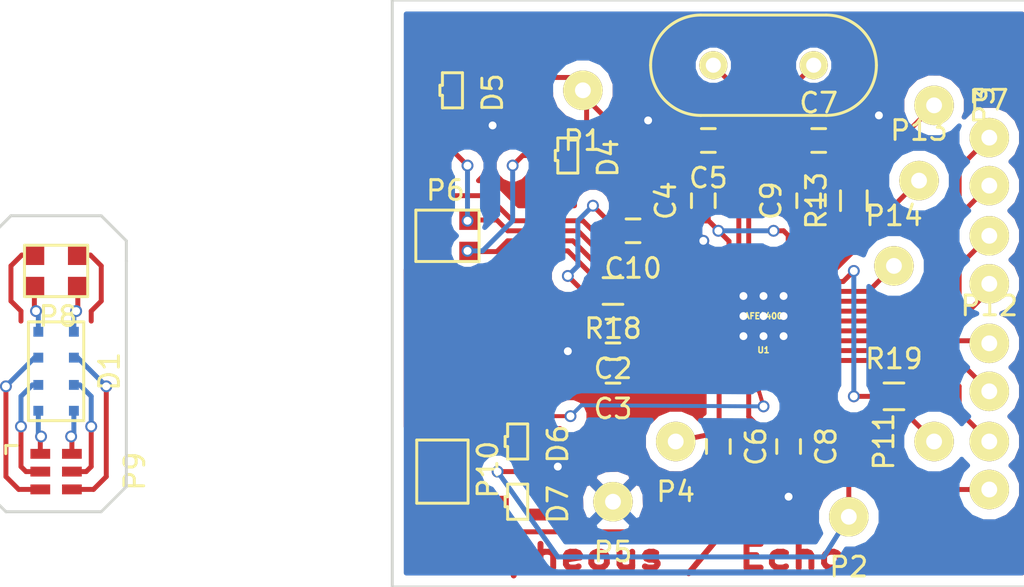
<source format=kicad_pcb>
(kicad_pcb (version 4) (host pcbnew 4.0.0-rc1-stable)

  (general
    (links 79)
    (no_connects 2)
    (area 101.371667 88.283 159.032334 119.709001)
    (thickness 1.6)
    (drawings 15)
    (tracks 400)
    (zones 0)
    (modules 33)
    (nets 36)
  )

  (page A4)
  (title_block
    (title "Morpheus / Echo: AFE4400 Eval")
    (date 2015-11-12)
    (rev A1)
    (company "ECE 4781 / I2P: Georgia Tech")
  )

  (layers
    (0 F.Cu signal)
    (31 B.Cu signal)
    (32 B.Adhes user hide)
    (33 F.Adhes user hide)
    (34 B.Paste user hide)
    (35 F.Paste user hide)
    (36 B.SilkS user hide)
    (37 F.SilkS user hide)
    (38 B.Mask user hide)
    (39 F.Mask user hide)
    (40 Dwgs.User user hide)
    (41 Cmts.User user hide)
    (42 Eco1.User user hide)
    (43 Eco2.User user hide)
    (44 Edge.Cuts user hide)
    (45 Margin user hide)
    (46 B.CrtYd user hide)
    (47 F.CrtYd user hide)
    (48 B.Fab user hide)
    (49 F.Fab user hide)
  )

  (setup
    (last_trace_width 0.25)
    (trace_clearance 0.2)
    (zone_clearance 0.508)
    (zone_45_only no)
    (trace_min 0.2)
    (segment_width 0.2)
    (edge_width 0.15)
    (via_size 0.6)
    (via_drill 0.4)
    (via_min_size 0.4)
    (via_min_drill 0.3)
    (uvia_size 0.3)
    (uvia_drill 0.1)
    (uvias_allowed no)
    (uvia_min_size 0.2)
    (uvia_min_drill 0.1)
    (pcb_text_width 0.3)
    (pcb_text_size 1.5 1.5)
    (mod_edge_width 0.15)
    (mod_text_size 1 1)
    (mod_text_width 0.15)
    (pad_size 1.4 1.2)
    (pad_drill 0)
    (pad_to_mask_clearance 0.2)
    (aux_axis_origin 0 0)
    (visible_elements 7FFFFFFF)
    (pcbplotparams
      (layerselection 0x01000_80000001)
      (usegerberextensions false)
      (excludeedgelayer true)
      (linewidth 0.100000)
      (plotframeref false)
      (viasonmask false)
      (mode 1)
      (useauxorigin false)
      (hpglpennumber 1)
      (hpglpenspeed 20)
      (hpglpendiameter 15)
      (hpglpenoverlay 2)
      (psnegative false)
      (psa4output false)
      (plotreference true)
      (plotvalue true)
      (plotinvisibletext false)
      (padsonsilk false)
      (subtractmaskfromsilk false)
      (outputformat 4)
      (mirror false)
      (drillshape 0)
      (scaleselection 1)
      (outputdirectory ""))
  )

  (net 0 "")
  (net 1 "Net-(C2-Pad1)")
  (net 2 GND)
  (net 3 "Net-(C3-Pad1)")
  (net 4 VAA)
  (net 5 "Net-(C5-Pad1)")
  (net 6 VEE)
  (net 7 "Net-(C7-Pad1)")
  (net 8 VCC)
  (net 9 VDD)
  (net 10 /RESET_N)
  (net 11 /STE)
  (net 12 /SIMO)
  (net 13 /SOMI)
  (net 14 /SCLK)
  (net 15 /CLK_OUT)
  (net 16 /ADC_RDY)
  (net 17 /PD_ALM)
  (net 18 /LED_ALM)
  (net 19 /DIAG_END)
  (net 20 /AFE_PDN_N)
  (net 21 "Net-(C10-Pad2)")
  (net 22 "Net-(D1-Pad1)")
  (net 23 "Net-(D1-Pad2)")
  (net 24 "Net-(D1-Pad3)")
  (net 25 "Net-(D1-Pad6)")
  (net 26 "Net-(D1-Pad7)")
  (net 27 "Net-(D1-Pad8)")
  (net 28 "Net-(D6-Pad3)")
  (net 29 "Net-(D7-Pad3)")
  (net 30 "Net-(R18-Pad1)")
  (net 31 "Net-(R19-Pad1)")
  (net 32 "Net-(D1-Pad4)")
  (net 33 "Net-(D1-Pad5)")
  (net 34 "Net-(D4-Pad3)")
  (net 35 "Net-(D5-Pad3)")

  (net_class Default "This is the default net class."
    (clearance 0.2)
    (trace_width 0.25)
    (via_dia 0.6)
    (via_drill 0.4)
    (uvia_dia 0.3)
    (uvia_drill 0.1)
    (add_net /ADC_RDY)
    (add_net /AFE_PDN_N)
    (add_net /CLK_OUT)
    (add_net /DIAG_END)
    (add_net /LED_ALM)
    (add_net /PD_ALM)
    (add_net /RESET_N)
    (add_net /SCLK)
    (add_net /SIMO)
    (add_net /SOMI)
    (add_net /STE)
    (add_net GND)
    (add_net "Net-(C10-Pad2)")
    (add_net "Net-(C2-Pad1)")
    (add_net "Net-(C3-Pad1)")
    (add_net "Net-(C5-Pad1)")
    (add_net "Net-(C7-Pad1)")
    (add_net "Net-(D1-Pad1)")
    (add_net "Net-(D1-Pad2)")
    (add_net "Net-(D1-Pad3)")
    (add_net "Net-(D1-Pad4)")
    (add_net "Net-(D1-Pad5)")
    (add_net "Net-(D1-Pad6)")
    (add_net "Net-(D1-Pad7)")
    (add_net "Net-(D1-Pad8)")
    (add_net "Net-(D4-Pad3)")
    (add_net "Net-(D5-Pad3)")
    (add_net "Net-(D6-Pad3)")
    (add_net "Net-(D7-Pad3)")
    (add_net "Net-(R18-Pad1)")
    (add_net "Net-(R19-Pad1)")
    (add_net VAA)
    (add_net VCC)
    (add_net VDD)
    (add_net VEE)
  )

  (module TO_SOT_Packages_SMD:SOT-323 (layer F.Cu) (tedit 0) (tstamp 56437D59)
    (at 132.588 97.79 270)
    (tags "SMD SOT")
    (path /563FE722)
    (attr smd)
    (fp_text reference D4 (at 0.127 -2.032 270) (layer F.SilkS)
      (effects (font (size 1 1) (thickness 0.15)))
    )
    (fp_text value D (at 0 0 270) (layer F.Fab)
      (effects (font (size 1 1) (thickness 0.15)))
    )
    (fp_line (start 0.254 0.508) (end 0.889 0.508) (layer F.SilkS) (width 0.15))
    (fp_line (start 0.889 0.508) (end 0.889 -0.508) (layer F.SilkS) (width 0.15))
    (fp_line (start -0.889 -0.508) (end -0.889 0.508) (layer F.SilkS) (width 0.15))
    (fp_line (start -0.889 0.508) (end -0.254 0.508) (layer F.SilkS) (width 0.15))
    (fp_line (start 0.254 0.635) (end 0.254 0.508) (layer F.SilkS) (width 0.15))
    (fp_line (start -0.254 0.508) (end -0.254 0.635) (layer F.SilkS) (width 0.15))
    (fp_line (start 0.889 -0.508) (end -0.889 -0.508) (layer F.SilkS) (width 0.15))
    (fp_line (start -0.254 0.635) (end 0.254 0.635) (layer F.SilkS) (width 0.15))
    (pad 2 smd rect (at -0.65024 -0.94996 270) (size 0.59944 1.00076) (layers F.Cu F.Paste F.Mask)
      (net 4 VAA))
    (pad 1 smd rect (at 0.65024 -0.94996 270) (size 0.59944 1.00076) (layers F.Cu F.Paste F.Mask)
      (net 2 GND))
    (pad 3 smd rect (at 0 0.94996 270) (size 0.59944 1.00076) (layers F.Cu F.Paste F.Mask)
      (net 34 "Net-(D4-Pad3)"))
    (model TO_SOT_Packages_SMD.3dshapes/SOT-323.wrl
      (at (xyz 0 0 0.001))
      (scale (xyz 0.3937 0.3937 0.3937))
      (rotate (xyz 0 0 0))
    )
  )

  (module TO_SOT_Packages_SMD:SOT-323 (layer F.Cu) (tedit 0) (tstamp 56437D60)
    (at 126.746 94.488 270)
    (tags "SMD SOT")
    (path /563FE4BB)
    (attr smd)
    (fp_text reference D5 (at 0.127 -2.032 270) (layer F.SilkS)
      (effects (font (size 1 1) (thickness 0.15)))
    )
    (fp_text value D (at 0 0 270) (layer F.Fab)
      (effects (font (size 1 1) (thickness 0.15)))
    )
    (fp_line (start 0.254 0.508) (end 0.889 0.508) (layer F.SilkS) (width 0.15))
    (fp_line (start 0.889 0.508) (end 0.889 -0.508) (layer F.SilkS) (width 0.15))
    (fp_line (start -0.889 -0.508) (end -0.889 0.508) (layer F.SilkS) (width 0.15))
    (fp_line (start -0.889 0.508) (end -0.254 0.508) (layer F.SilkS) (width 0.15))
    (fp_line (start 0.254 0.635) (end 0.254 0.508) (layer F.SilkS) (width 0.15))
    (fp_line (start -0.254 0.508) (end -0.254 0.635) (layer F.SilkS) (width 0.15))
    (fp_line (start 0.889 -0.508) (end -0.889 -0.508) (layer F.SilkS) (width 0.15))
    (fp_line (start -0.254 0.635) (end 0.254 0.635) (layer F.SilkS) (width 0.15))
    (pad 2 smd rect (at -0.65024 -0.94996 270) (size 0.59944 1.00076) (layers F.Cu F.Paste F.Mask)
      (net 4 VAA))
    (pad 1 smd rect (at 0.65024 -0.94996 270) (size 0.59944 1.00076) (layers F.Cu F.Paste F.Mask)
      (net 2 GND))
    (pad 3 smd rect (at 0 0.94996 270) (size 0.59944 1.00076) (layers F.Cu F.Paste F.Mask)
      (net 35 "Net-(D5-Pad3)"))
    (model TO_SOT_Packages_SMD.3dshapes/SOT-323.wrl
      (at (xyz 0 0 0.001))
      (scale (xyz 0.3937 0.3937 0.3937))
      (rotate (xyz 0 0 0))
    )
  )

  (module TO_SOT_Packages_SMD:SOT-323 (layer F.Cu) (tedit 0) (tstamp 56437D67)
    (at 130.048 112.268 270)
    (tags "SMD SOT")
    (path /563FED44)
    (attr smd)
    (fp_text reference D6 (at 0.127 -2.032 270) (layer F.SilkS)
      (effects (font (size 1 1) (thickness 0.15)))
    )
    (fp_text value D (at 0 0 270) (layer F.Fab)
      (effects (font (size 1 1) (thickness 0.15)))
    )
    (fp_line (start 0.254 0.508) (end 0.889 0.508) (layer F.SilkS) (width 0.15))
    (fp_line (start 0.889 0.508) (end 0.889 -0.508) (layer F.SilkS) (width 0.15))
    (fp_line (start -0.889 -0.508) (end -0.889 0.508) (layer F.SilkS) (width 0.15))
    (fp_line (start -0.889 0.508) (end -0.254 0.508) (layer F.SilkS) (width 0.15))
    (fp_line (start 0.254 0.635) (end 0.254 0.508) (layer F.SilkS) (width 0.15))
    (fp_line (start -0.254 0.508) (end -0.254 0.635) (layer F.SilkS) (width 0.15))
    (fp_line (start 0.889 -0.508) (end -0.889 -0.508) (layer F.SilkS) (width 0.15))
    (fp_line (start -0.254 0.635) (end 0.254 0.635) (layer F.SilkS) (width 0.15))
    (pad 2 smd rect (at -0.65024 -0.94996 270) (size 0.59944 1.00076) (layers F.Cu F.Paste F.Mask)
      (net 8 VCC))
    (pad 1 smd rect (at 0.65024 -0.94996 270) (size 0.59944 1.00076) (layers F.Cu F.Paste F.Mask)
      (net 2 GND))
    (pad 3 smd rect (at 0 0.94996 270) (size 0.59944 1.00076) (layers F.Cu F.Paste F.Mask)
      (net 28 "Net-(D6-Pad3)"))
    (model TO_SOT_Packages_SMD.3dshapes/SOT-323.wrl
      (at (xyz 0 0 0.001))
      (scale (xyz 0.3937 0.3937 0.3937))
      (rotate (xyz 0 0 0))
    )
  )

  (module TO_SOT_Packages_SMD:SOT-323 (layer F.Cu) (tedit 0) (tstamp 56437D6E)
    (at 130.048 115.316 270)
    (tags "SMD SOT")
    (path /563FED32)
    (attr smd)
    (fp_text reference D7 (at 0.127 -2.032 270) (layer F.SilkS)
      (effects (font (size 1 1) (thickness 0.15)))
    )
    (fp_text value D (at 0 0 270) (layer F.Fab)
      (effects (font (size 1 1) (thickness 0.15)))
    )
    (fp_line (start 0.254 0.508) (end 0.889 0.508) (layer F.SilkS) (width 0.15))
    (fp_line (start 0.889 0.508) (end 0.889 -0.508) (layer F.SilkS) (width 0.15))
    (fp_line (start -0.889 -0.508) (end -0.889 0.508) (layer F.SilkS) (width 0.15))
    (fp_line (start -0.889 0.508) (end -0.254 0.508) (layer F.SilkS) (width 0.15))
    (fp_line (start 0.254 0.635) (end 0.254 0.508) (layer F.SilkS) (width 0.15))
    (fp_line (start -0.254 0.508) (end -0.254 0.635) (layer F.SilkS) (width 0.15))
    (fp_line (start 0.889 -0.508) (end -0.889 -0.508) (layer F.SilkS) (width 0.15))
    (fp_line (start -0.254 0.635) (end 0.254 0.635) (layer F.SilkS) (width 0.15))
    (pad 2 smd rect (at -0.65024 -0.94996 270) (size 0.59944 1.00076) (layers F.Cu F.Paste F.Mask)
      (net 8 VCC))
    (pad 1 smd rect (at 0.65024 -0.94996 270) (size 0.59944 1.00076) (layers F.Cu F.Paste F.Mask)
      (net 2 GND))
    (pad 3 smd rect (at 0 0.94996 270) (size 0.59944 1.00076) (layers F.Cu F.Paste F.Mask)
      (net 29 "Net-(D7-Pad3)"))
    (model TO_SOT_Packages_SMD.3dshapes/SOT-323.wrl
      (at (xyz 0 0 0.001))
      (scale (xyz 0.3937 0.3937 0.3937))
      (rotate (xyz 0 0 0))
    )
  )

  (module Crystals:HC-49V (layer F.Cu) (tedit 56438598) (tstamp 56437E1F)
    (at 142.494 93.218)
    (descr "Quartz boitier HC-49 Vertical")
    (tags "QUARTZ DEV")
    (path /56401076)
    (fp_text reference Y1 (at 0 -3.81) (layer F.SilkS)
      (effects (font (size 1 1) (thickness 0.15)))
    )
    (fp_text value 8M (at 0 3.81) (layer F.Fab)
      (effects (font (size 1 1) (thickness 0.15)))
    )
    (fp_line (start -3.175 2.54) (end 3.175 2.54) (layer F.SilkS) (width 0.15))
    (fp_line (start -3.175 -2.54) (end 3.175 -2.54) (layer F.SilkS) (width 0.15))
    (fp_arc (start 3.175 0) (end 3.175 -2.54) (angle 90) (layer F.SilkS) (width 0.15))
    (fp_arc (start 3.175 0) (end 5.715 0) (angle 90) (layer F.SilkS) (width 0.15))
    (fp_arc (start -3.175 0) (end -5.715 0) (angle 90) (layer F.SilkS) (width 0.15))
    (fp_arc (start -3.175 0) (end -3.175 2.54) (angle 90) (layer F.SilkS) (width 0.15))
    (pad 1 thru_hole circle (at -2.54 0) (size 1.4224 1.4224) (drill 0.762) (layers *.Mask F.Cu F.SilkS)
      (net 5 "Net-(C5-Pad1)"))
    (pad 2 thru_hole circle (at 2.54 0) (size 1.4224 1.4224) (drill 0.762) (layers *.Mask F.Cu F.SilkS)
      (net 7 "Net-(C7-Pad1)"))
    (model Crystals.3dshapes/HC-49V.wrl
      (at (xyz 0 0 0))
      (scale (xyz 1 1 0.2))
      (rotate (xyz 0 0 0))
    )
  )

  (module Capacitors_SMD:C_0603 (layer F.Cu) (tedit 5415D631) (tstamp 56438339)
    (at 135.89 101.6 180)
    (descr "Capacitor SMD 0603, reflow soldering, AVX (see smccp.pdf)")
    (tags "capacitor 0603")
    (path /56447F28)
    (attr smd)
    (fp_text reference C10 (at 0 -1.9 180) (layer F.SilkS)
      (effects (font (size 1 1) (thickness 0.15)))
    )
    (fp_text value 0.01u (at 0 1.9 180) (layer F.Fab)
      (effects (font (size 1 1) (thickness 0.15)))
    )
    (fp_line (start -1.45 -0.75) (end 1.45 -0.75) (layer F.CrtYd) (width 0.05))
    (fp_line (start -1.45 0.75) (end 1.45 0.75) (layer F.CrtYd) (width 0.05))
    (fp_line (start -1.45 -0.75) (end -1.45 0.75) (layer F.CrtYd) (width 0.05))
    (fp_line (start 1.45 -0.75) (end 1.45 0.75) (layer F.CrtYd) (width 0.05))
    (fp_line (start -0.35 -0.6) (end 0.35 -0.6) (layer F.SilkS) (width 0.15))
    (fp_line (start 0.35 0.6) (end -0.35 0.6) (layer F.SilkS) (width 0.15))
    (pad 1 smd rect (at -0.75 0 180) (size 0.8 0.75) (layers F.Cu F.Paste F.Mask)
      (net 2 GND))
    (pad 2 smd rect (at 0.75 0 180) (size 0.8 0.75) (layers F.Cu F.Paste F.Mask)
      (net 21 "Net-(C10-Pad2)"))
    (model Capacitors_SMD.3dshapes/C_0603.wrl
      (at (xyz 0 0 0))
      (scale (xyz 1 1 1))
      (rotate (xyz 0 0 0))
    )
  )

  (module Morpheus_PPG_RevA:SHF_7050_8pin (layer F.Cu) (tedit 56438584) (tstamp 56438349)
    (at 106.68 108.712 90)
    (descr "8-Lead Plastic Small Outline (SM) - Medium, 5.28 mm Body [SOIC] (see Microchip Packaging Specification 00000049BS.pdf)")
    (tags "SOIC 1.27")
    (path /5644047D)
    (attr smd)
    (fp_text reference D1 (at 0 2.7 90) (layer F.SilkS)
      (effects (font (size 1 1) (thickness 0.15)))
    )
    (fp_text value SFH_7050 (at 0 -2.6 90) (layer F.Fab)
      (effects (font (size 1 1) (thickness 0.15)))
    )
    (fp_line (start 2.5 1.4) (end -2.5 1.4) (layer F.SilkS) (width 0.15))
    (fp_line (start -2.5 -1.4) (end 2.5 -1.4) (layer F.SilkS) (width 0.15))
    (fp_line (start 2.5 -1.4) (end 2.5 1.4) (layer F.SilkS) (width 0.15))
    (fp_line (start -2.5 -1.4) (end -2.5 1.4) (layer F.SilkS) (width 0.15))
    (pad 1 smd rect (at -2 -0.9 90) (size 0.5 0.5) (layers B.Cu F.Paste F.Mask)
      (net 22 "Net-(D1-Pad1)"))
    (pad 2 smd rect (at -0.69 -0.9 90) (size 0.5 0.5) (layers B.Cu F.Paste F.Mask)
      (net 23 "Net-(D1-Pad2)"))
    (pad 3 smd rect (at 0.69 -0.9 90) (size 0.5 0.5) (layers B.Cu F.Paste F.Mask)
      (net 24 "Net-(D1-Pad3)"))
    (pad 4 smd rect (at 2 -0.9 90) (size 0.5 0.5) (layers B.Cu F.Paste F.Mask)
      (net 32 "Net-(D1-Pad4)"))
    (pad 5 smd rect (at 2 0.9 90) (size 0.5 0.5) (layers B.Cu F.Paste F.Mask)
      (net 33 "Net-(D1-Pad5)"))
    (pad 6 smd rect (at 0.69 0.9 90) (size 0.5 0.5) (layers B.Cu F.Paste F.Mask)
      (net 25 "Net-(D1-Pad6)"))
    (pad 7 smd rect (at -0.69 0.9 90) (size 0.5 0.5) (layers B.Cu F.Paste F.Mask)
      (net 26 "Net-(D1-Pad7)"))
    (pad 8 smd rect (at -2 0.9 90) (size 0.5 0.5) (layers B.Cu F.Paste F.Mask)
      (net 27 "Net-(D1-Pad8)"))
    (model Housings_SOIC.3dshapes/SOIJ-8_5.3x5.3mm_Pitch1.27mm.wrl
      (at (xyz 0 0 0))
      (scale (xyz 1 1 1))
      (rotate (xyz 0 0 0))
    )
  )

  (module Resistors_SMD:R_0603 (layer F.Cu) (tedit 5415CC62) (tstamp 56438367)
    (at 134.874 104.648 180)
    (descr "Resistor SMD 0603, reflow soldering, Vishay (see dcrcw.pdf)")
    (tags "resistor 0603")
    (path /5644823F)
    (attr smd)
    (fp_text reference R18 (at 0 -1.9 180) (layer F.SilkS)
      (effects (font (size 1 1) (thickness 0.15)))
    )
    (fp_text value 1k (at 0 1.9 180) (layer F.Fab)
      (effects (font (size 1 1) (thickness 0.15)))
    )
    (fp_line (start -1.3 -0.8) (end 1.3 -0.8) (layer F.CrtYd) (width 0.05))
    (fp_line (start -1.3 0.8) (end 1.3 0.8) (layer F.CrtYd) (width 0.05))
    (fp_line (start -1.3 -0.8) (end -1.3 0.8) (layer F.CrtYd) (width 0.05))
    (fp_line (start 1.3 -0.8) (end 1.3 0.8) (layer F.CrtYd) (width 0.05))
    (fp_line (start 0.5 0.675) (end -0.5 0.675) (layer F.SilkS) (width 0.15))
    (fp_line (start -0.5 -0.675) (end 0.5 -0.675) (layer F.SilkS) (width 0.15))
    (pad 1 smd rect (at -0.75 0 180) (size 0.5 0.9) (layers F.Cu F.Paste F.Mask)
      (net 30 "Net-(R18-Pad1)"))
    (pad 2 smd rect (at 0.75 0 180) (size 0.5 0.9) (layers F.Cu F.Paste F.Mask)
      (net 21 "Net-(C10-Pad2)"))
    (model Resistors_SMD.3dshapes/R_0603.wrl
      (at (xyz 0 0 0))
      (scale (xyz 1 1 1))
      (rotate (xyz 0 0 0))
    )
  )

  (module Resistors_SMD:R_0603 (layer F.Cu) (tedit 5415CC62) (tstamp 5643836D)
    (at 149.098 109.982)
    (descr "Resistor SMD 0603, reflow soldering, Vishay (see dcrcw.pdf)")
    (tags "resistor 0603")
    (path /5644D3FC)
    (attr smd)
    (fp_text reference R19 (at 0 -1.9) (layer F.SilkS)
      (effects (font (size 1 1) (thickness 0.15)))
    )
    (fp_text value 10 (at 0 1.9) (layer F.Fab)
      (effects (font (size 1 1) (thickness 0.15)))
    )
    (fp_line (start -1.3 -0.8) (end 1.3 -0.8) (layer F.CrtYd) (width 0.05))
    (fp_line (start -1.3 0.8) (end 1.3 0.8) (layer F.CrtYd) (width 0.05))
    (fp_line (start -1.3 -0.8) (end -1.3 0.8) (layer F.CrtYd) (width 0.05))
    (fp_line (start 1.3 -0.8) (end 1.3 0.8) (layer F.CrtYd) (width 0.05))
    (fp_line (start 0.5 0.675) (end -0.5 0.675) (layer F.SilkS) (width 0.15))
    (fp_line (start -0.5 -0.675) (end 0.5 -0.675) (layer F.SilkS) (width 0.15))
    (pad 1 smd rect (at -0.75 0) (size 0.5 0.9) (layers F.Cu F.Paste F.Mask)
      (net 31 "Net-(R19-Pad1)"))
    (pad 2 smd rect (at 0.75 0) (size 0.5 0.9) (layers F.Cu F.Paste F.Mask)
      (net 10 /RESET_N))
    (model Resistors_SMD.3dshapes/R_0603.wrl
      (at (xyz 0 0 0))
      (scale (xyz 1 1 1))
      (rotate (xyz 0 0 0))
    )
  )

  (module Capacitors_SMD:C_0603 (layer F.Cu) (tedit 5415D631) (tstamp 56438479)
    (at 134.874 106.68 180)
    (descr "Capacitor SMD 0603, reflow soldering, AVX (see smccp.pdf)")
    (tags "capacitor 0603")
    (path /563FF705)
    (attr smd)
    (fp_text reference C2 (at 0 -1.9 180) (layer F.SilkS)
      (effects (font (size 1 1) (thickness 0.15)))
    )
    (fp_text value 2.2u (at 0 1.9 180) (layer F.Fab)
      (effects (font (size 1 1) (thickness 0.15)))
    )
    (fp_line (start -1.45 -0.75) (end 1.45 -0.75) (layer F.CrtYd) (width 0.05))
    (fp_line (start -1.45 0.75) (end 1.45 0.75) (layer F.CrtYd) (width 0.05))
    (fp_line (start -1.45 -0.75) (end -1.45 0.75) (layer F.CrtYd) (width 0.05))
    (fp_line (start 1.45 -0.75) (end 1.45 0.75) (layer F.CrtYd) (width 0.05))
    (fp_line (start -0.35 -0.6) (end 0.35 -0.6) (layer F.SilkS) (width 0.15))
    (fp_line (start 0.35 0.6) (end -0.35 0.6) (layer F.SilkS) (width 0.15))
    (pad 1 smd rect (at -0.75 0 180) (size 0.8 0.75) (layers F.Cu F.Paste F.Mask)
      (net 1 "Net-(C2-Pad1)"))
    (pad 2 smd rect (at 0.75 0 180) (size 0.8 0.75) (layers F.Cu F.Paste F.Mask)
      (net 2 GND))
    (model Capacitors_SMD.3dshapes/C_0603.wrl
      (at (xyz 0 0 0))
      (scale (xyz 1 1 1))
      (rotate (xyz 0 0 0))
    )
  )

  (module Capacitors_SMD:C_0603 (layer F.Cu) (tedit 5415D631) (tstamp 5643847E)
    (at 134.874 108.712 180)
    (descr "Capacitor SMD 0603, reflow soldering, AVX (see smccp.pdf)")
    (tags "capacitor 0603")
    (path /563FFA44)
    (attr smd)
    (fp_text reference C3 (at 0 -1.9 180) (layer F.SilkS)
      (effects (font (size 1 1) (thickness 0.15)))
    )
    (fp_text value 2.2u (at 0 1.9 180) (layer F.Fab)
      (effects (font (size 1 1) (thickness 0.15)))
    )
    (fp_line (start -1.45 -0.75) (end 1.45 -0.75) (layer F.CrtYd) (width 0.05))
    (fp_line (start -1.45 0.75) (end 1.45 0.75) (layer F.CrtYd) (width 0.05))
    (fp_line (start -1.45 -0.75) (end -1.45 0.75) (layer F.CrtYd) (width 0.05))
    (fp_line (start 1.45 -0.75) (end 1.45 0.75) (layer F.CrtYd) (width 0.05))
    (fp_line (start -0.35 -0.6) (end 0.35 -0.6) (layer F.SilkS) (width 0.15))
    (fp_line (start 0.35 0.6) (end -0.35 0.6) (layer F.SilkS) (width 0.15))
    (pad 1 smd rect (at -0.75 0 180) (size 0.8 0.75) (layers F.Cu F.Paste F.Mask)
      (net 3 "Net-(C3-Pad1)"))
    (pad 2 smd rect (at 0.75 0 180) (size 0.8 0.75) (layers F.Cu F.Paste F.Mask)
      (net 2 GND))
    (model Capacitors_SMD.3dshapes/C_0603.wrl
      (at (xyz 0 0 0))
      (scale (xyz 1 1 1))
      (rotate (xyz 0 0 0))
    )
  )

  (module Capacitors_SMD:C_0603 (layer F.Cu) (tedit 5415D631) (tstamp 56438483)
    (at 139.446 100.076 90)
    (descr "Capacitor SMD 0603, reflow soldering, AVX (see smccp.pdf)")
    (tags "capacitor 0603")
    (path /563FBDB4)
    (attr smd)
    (fp_text reference C4 (at 0 -1.9 90) (layer F.SilkS)
      (effects (font (size 1 1) (thickness 0.15)))
    )
    (fp_text value 0.1u (at 0 1.9 90) (layer F.Fab)
      (effects (font (size 1 1) (thickness 0.15)))
    )
    (fp_line (start -1.45 -0.75) (end 1.45 -0.75) (layer F.CrtYd) (width 0.05))
    (fp_line (start -1.45 0.75) (end 1.45 0.75) (layer F.CrtYd) (width 0.05))
    (fp_line (start -1.45 -0.75) (end -1.45 0.75) (layer F.CrtYd) (width 0.05))
    (fp_line (start 1.45 -0.75) (end 1.45 0.75) (layer F.CrtYd) (width 0.05))
    (fp_line (start -0.35 -0.6) (end 0.35 -0.6) (layer F.SilkS) (width 0.15))
    (fp_line (start 0.35 0.6) (end -0.35 0.6) (layer F.SilkS) (width 0.15))
    (pad 1 smd rect (at -0.75 0 90) (size 0.8 0.75) (layers F.Cu F.Paste F.Mask)
      (net 4 VAA))
    (pad 2 smd rect (at 0.75 0 90) (size 0.8 0.75) (layers F.Cu F.Paste F.Mask)
      (net 2 GND))
    (model Capacitors_SMD.3dshapes/C_0603.wrl
      (at (xyz 0 0 0))
      (scale (xyz 1 1 1))
      (rotate (xyz 0 0 0))
    )
  )

  (module Capacitors_SMD:C_0603 (layer F.Cu) (tedit 5415D631) (tstamp 56438488)
    (at 139.7 97.028 180)
    (descr "Capacitor SMD 0603, reflow soldering, AVX (see smccp.pdf)")
    (tags "capacitor 0603")
    (path /5640132E)
    (attr smd)
    (fp_text reference C5 (at 0 -1.9 180) (layer F.SilkS)
      (effects (font (size 1 1) (thickness 0.15)))
    )
    (fp_text value 18p (at 0 1.9 180) (layer F.Fab)
      (effects (font (size 1 1) (thickness 0.15)))
    )
    (fp_line (start -1.45 -0.75) (end 1.45 -0.75) (layer F.CrtYd) (width 0.05))
    (fp_line (start -1.45 0.75) (end 1.45 0.75) (layer F.CrtYd) (width 0.05))
    (fp_line (start -1.45 -0.75) (end -1.45 0.75) (layer F.CrtYd) (width 0.05))
    (fp_line (start 1.45 -0.75) (end 1.45 0.75) (layer F.CrtYd) (width 0.05))
    (fp_line (start -0.35 -0.6) (end 0.35 -0.6) (layer F.SilkS) (width 0.15))
    (fp_line (start 0.35 0.6) (end -0.35 0.6) (layer F.SilkS) (width 0.15))
    (pad 1 smd rect (at -0.75 0 180) (size 0.8 0.75) (layers F.Cu F.Paste F.Mask)
      (net 5 "Net-(C5-Pad1)"))
    (pad 2 smd rect (at 0.75 0 180) (size 0.8 0.75) (layers F.Cu F.Paste F.Mask)
      (net 2 GND))
    (model Capacitors_SMD.3dshapes/C_0603.wrl
      (at (xyz 0 0 0))
      (scale (xyz 1 1 1))
      (rotate (xyz 0 0 0))
    )
  )

  (module Capacitors_SMD:C_0603 (layer F.Cu) (tedit 5415D631) (tstamp 5643848D)
    (at 140.208 112.522 270)
    (descr "Capacitor SMD 0603, reflow soldering, AVX (see smccp.pdf)")
    (tags "capacitor 0603")
    (path /563FC020)
    (attr smd)
    (fp_text reference C6 (at 0 -1.9 270) (layer F.SilkS)
      (effects (font (size 1 1) (thickness 0.15)))
    )
    (fp_text value 0.1u (at 0 1.9 270) (layer F.Fab)
      (effects (font (size 1 1) (thickness 0.15)))
    )
    (fp_line (start -1.45 -0.75) (end 1.45 -0.75) (layer F.CrtYd) (width 0.05))
    (fp_line (start -1.45 0.75) (end 1.45 0.75) (layer F.CrtYd) (width 0.05))
    (fp_line (start -1.45 -0.75) (end -1.45 0.75) (layer F.CrtYd) (width 0.05))
    (fp_line (start 1.45 -0.75) (end 1.45 0.75) (layer F.CrtYd) (width 0.05))
    (fp_line (start -0.35 -0.6) (end 0.35 -0.6) (layer F.SilkS) (width 0.15))
    (fp_line (start 0.35 0.6) (end -0.35 0.6) (layer F.SilkS) (width 0.15))
    (pad 1 smd rect (at -0.75 0 270) (size 0.8 0.75) (layers F.Cu F.Paste F.Mask)
      (net 6 VEE))
    (pad 2 smd rect (at 0.75 0 270) (size 0.8 0.75) (layers F.Cu F.Paste F.Mask)
      (net 2 GND))
    (model Capacitors_SMD.3dshapes/C_0603.wrl
      (at (xyz 0 0 0))
      (scale (xyz 1 1 1))
      (rotate (xyz 0 0 0))
    )
  )

  (module Capacitors_SMD:C_0603 (layer F.Cu) (tedit 5415D631) (tstamp 56438492)
    (at 145.288 97.028)
    (descr "Capacitor SMD 0603, reflow soldering, AVX (see smccp.pdf)")
    (tags "capacitor 0603")
    (path /56401449)
    (attr smd)
    (fp_text reference C7 (at 0 -1.9) (layer F.SilkS)
      (effects (font (size 1 1) (thickness 0.15)))
    )
    (fp_text value 18p (at 0 1.9) (layer F.Fab)
      (effects (font (size 1 1) (thickness 0.15)))
    )
    (fp_line (start -1.45 -0.75) (end 1.45 -0.75) (layer F.CrtYd) (width 0.05))
    (fp_line (start -1.45 0.75) (end 1.45 0.75) (layer F.CrtYd) (width 0.05))
    (fp_line (start -1.45 -0.75) (end -1.45 0.75) (layer F.CrtYd) (width 0.05))
    (fp_line (start 1.45 -0.75) (end 1.45 0.75) (layer F.CrtYd) (width 0.05))
    (fp_line (start -0.35 -0.6) (end 0.35 -0.6) (layer F.SilkS) (width 0.15))
    (fp_line (start 0.35 0.6) (end -0.35 0.6) (layer F.SilkS) (width 0.15))
    (pad 1 smd rect (at -0.75 0) (size 0.8 0.75) (layers F.Cu F.Paste F.Mask)
      (net 7 "Net-(C7-Pad1)"))
    (pad 2 smd rect (at 0.75 0) (size 0.8 0.75) (layers F.Cu F.Paste F.Mask)
      (net 2 GND))
    (model Capacitors_SMD.3dshapes/C_0603.wrl
      (at (xyz 0 0 0))
      (scale (xyz 1 1 1))
      (rotate (xyz 0 0 0))
    )
  )

  (module Capacitors_SMD:C_0603 (layer F.Cu) (tedit 5415D631) (tstamp 56438497)
    (at 143.764 112.522 270)
    (descr "Capacitor SMD 0603, reflow soldering, AVX (see smccp.pdf)")
    (tags "capacitor 0603")
    (path /563FBF4C)
    (attr smd)
    (fp_text reference C8 (at 0 -1.9 270) (layer F.SilkS)
      (effects (font (size 1 1) (thickness 0.15)))
    )
    (fp_text value 1u (at 0 1.9 270) (layer F.Fab)
      (effects (font (size 1 1) (thickness 0.15)))
    )
    (fp_line (start -1.45 -0.75) (end 1.45 -0.75) (layer F.CrtYd) (width 0.05))
    (fp_line (start -1.45 0.75) (end 1.45 0.75) (layer F.CrtYd) (width 0.05))
    (fp_line (start -1.45 -0.75) (end -1.45 0.75) (layer F.CrtYd) (width 0.05))
    (fp_line (start 1.45 -0.75) (end 1.45 0.75) (layer F.CrtYd) (width 0.05))
    (fp_line (start -0.35 -0.6) (end 0.35 -0.6) (layer F.SilkS) (width 0.15))
    (fp_line (start 0.35 0.6) (end -0.35 0.6) (layer F.SilkS) (width 0.15))
    (pad 1 smd rect (at -0.75 0 270) (size 0.8 0.75) (layers F.Cu F.Paste F.Mask)
      (net 8 VCC))
    (pad 2 smd rect (at 0.75 0 270) (size 0.8 0.75) (layers F.Cu F.Paste F.Mask)
      (net 2 GND))
    (model Capacitors_SMD.3dshapes/C_0603.wrl
      (at (xyz 0 0 0))
      (scale (xyz 1 1 1))
      (rotate (xyz 0 0 0))
    )
  )

  (module Capacitors_SMD:C_0603 (layer F.Cu) (tedit 5415D631) (tstamp 5643849C)
    (at 144.78 100.076 90)
    (descr "Capacitor SMD 0603, reflow soldering, AVX (see smccp.pdf)")
    (tags "capacitor 0603")
    (path /563FBEB0)
    (attr smd)
    (fp_text reference C9 (at 0 -1.9 90) (layer F.SilkS)
      (effects (font (size 1 1) (thickness 0.15)))
    )
    (fp_text value 0.1u (at 0 1.9 90) (layer F.Fab)
      (effects (font (size 1 1) (thickness 0.15)))
    )
    (fp_line (start -1.45 -0.75) (end 1.45 -0.75) (layer F.CrtYd) (width 0.05))
    (fp_line (start -1.45 0.75) (end 1.45 0.75) (layer F.CrtYd) (width 0.05))
    (fp_line (start -1.45 -0.75) (end -1.45 0.75) (layer F.CrtYd) (width 0.05))
    (fp_line (start 1.45 -0.75) (end 1.45 0.75) (layer F.CrtYd) (width 0.05))
    (fp_line (start -0.35 -0.6) (end 0.35 -0.6) (layer F.SilkS) (width 0.15))
    (fp_line (start 0.35 0.6) (end -0.35 0.6) (layer F.SilkS) (width 0.15))
    (pad 1 smd rect (at -0.75 0 90) (size 0.8 0.75) (layers F.Cu F.Paste F.Mask)
      (net 9 VDD))
    (pad 2 smd rect (at 0.75 0 90) (size 0.8 0.75) (layers F.Cu F.Paste F.Mask)
      (net 2 GND))
    (model Capacitors_SMD.3dshapes/C_0603.wrl
      (at (xyz 0 0 0))
      (scale (xyz 1 1 1))
      (rotate (xyz 0 0 0))
    )
  )

  (module Resistors_SMD:R_0603 (layer F.Cu) (tedit 5415CC62) (tstamp 564384DD)
    (at 147.066 100.076 90)
    (descr "Resistor SMD 0603, reflow soldering, Vishay (see dcrcw.pdf)")
    (tags "resistor 0603")
    (path /5645E084)
    (attr smd)
    (fp_text reference R13 (at 0 -1.9 90) (layer F.SilkS)
      (effects (font (size 1 1) (thickness 0.15)))
    )
    (fp_text value 10k (at 0 1.9 90) (layer F.Fab)
      (effects (font (size 1 1) (thickness 0.15)))
    )
    (fp_line (start -1.3 -0.8) (end 1.3 -0.8) (layer F.CrtYd) (width 0.05))
    (fp_line (start -1.3 0.8) (end 1.3 0.8) (layer F.CrtYd) (width 0.05))
    (fp_line (start -1.3 -0.8) (end -1.3 0.8) (layer F.CrtYd) (width 0.05))
    (fp_line (start 1.3 -0.8) (end 1.3 0.8) (layer F.CrtYd) (width 0.05))
    (fp_line (start 0.5 0.675) (end -0.5 0.675) (layer F.SilkS) (width 0.15))
    (fp_line (start -0.5 -0.675) (end 0.5 -0.675) (layer F.SilkS) (width 0.15))
    (pad 1 smd rect (at -0.75 0 90) (size 0.5 0.9) (layers F.Cu F.Paste F.Mask)
      (net 15 /CLK_OUT))
    (pad 2 smd rect (at 0.75 0 90) (size 0.5 0.9) (layers F.Cu F.Paste F.Mask)
      (net 9 VDD))
    (model Resistors_SMD.3dshapes/R_0603.wrl
      (at (xyz 0 0 0))
      (scale (xyz 1 1 1))
      (rotate (xyz 0 0 0))
    )
  )

  (module Morpheus_PPG_RevA:QFN40-6x6-PN532mirrorRot-0p23mm (layer F.Cu) (tedit 564BF04A) (tstamp 56437E19)
    (at 142.494 105.918)
    (path /563FBAAB)
    (fp_text reference U1 (at 0 1.72) (layer F.SilkS)
      (effects (font (size 0.3 0.3) (thickness 0.075)))
    )
    (fp_text value AFE4400 (at 0 0) (layer F.SilkS)
      (effects (font (size 0.3 0.3) (thickness 0.075)))
    )
    (fp_line (start -3 -2.5) (end -2.5 -2.5) (layer Eco2.User) (width 0.1))
    (fp_line (start -2.5 -2.5) (end -2.5 -3) (layer Eco2.User) (width 0.1))
    (fp_line (start -2.99974 2.99974) (end -2.44856 2.99974) (layer Eco2.User) (width 0.09906))
    (fp_line (start 2.44856 2.99974) (end 2.99974 2.99974) (layer Eco2.User) (width 0.09906))
    (fp_line (start 2.99974 2.99974) (end 2.99974 2.44856) (layer Eco2.User) (width 0.09906))
    (fp_line (start 2.99974 -2.44856) (end 2.99974 -2.99974) (layer Eco2.User) (width 0.09906))
    (fp_line (start -2.99974 -2.99974) (end -2.44856 -2.99974) (layer Eco2.User) (width 0.09906))
    (fp_line (start 2.44856 -2.99974) (end 2.99974 -2.99974) (layer Eco2.User) (width 0.09906))
    (fp_line (start -2.99974 2.99974) (end -2.99974 2.44856) (layer Eco2.User) (width 0.09906))
    (fp_line (start -2.99974 -2.44856) (end -2.99974 -2.99974) (layer Eco2.User) (width 0.09906))
    (pad 40 smd oval (at -2.2479 -2.99974 180) (size 0.23 0.99822) (layers F.Cu F.Paste F.Mask)
      (net 2 GND))
    (pad 39 smd oval (at -1.74752 -2.99974 180) (size 0.23 0.99822) (layers F.Cu F.Paste F.Mask)
      (net 4 VAA))
    (pad 38 smd rect (at -1.24968 -2.99974 180) (size 0.23 0.99822) (layers F.Cu F.Paste F.Mask)
      (net 5 "Net-(C5-Pad1)"))
    (pad 37 smd rect (at -0.7493 -2.99974 180) (size 0.23 0.99822) (layers F.Cu F.Paste F.Mask)
      (net 7 "Net-(C7-Pad1)"))
    (pad 36 smd rect (at -0.24892 -2.99974 180) (size 0.23 0.99822) (layers F.Cu F.Paste F.Mask)
      (net 2 GND))
    (pad 35 smd rect (at 0.24892 -2.99974 180) (size 0.23 0.99822) (layers F.Cu F.Paste F.Mask))
    (pad 34 smd rect (at 0.7493 -2.99974 180) (size 0.23 0.99822) (layers F.Cu F.Paste F.Mask))
    (pad 33 smd rect (at 1.24968 -2.99974 180) (size 0.23 0.99822) (layers F.Cu F.Paste F.Mask)
      (net 4 VAA))
    (pad 32 smd oval (at 1.74752 -2.99974 180) (size 0.23 0.99822) (layers F.Cu F.Paste F.Mask)
      (net 2 GND))
    (pad 31 smd oval (at 2.2479 -2.99974 180) (size 0.23 0.99822) (layers F.Cu F.Paste F.Mask)
      (net 9 VDD))
    (pad 30 smd oval (at 2.99974 -2.2479 90) (size 0.23 0.99822) (layers F.Cu F.Paste F.Mask)
      (net 15 /CLK_OUT))
    (pad 29 smd oval (at 2.99974 -1.74752 90) (size 0.23 0.99822) (layers F.Cu F.Paste F.Mask)
      (net 31 "Net-(R19-Pad1)"))
    (pad 28 smd rect (at 2.99974 -1.24968 90) (size 0.23 0.99822) (layers F.Cu F.Paste F.Mask)
      (net 16 /ADC_RDY))
    (pad 27 smd rect (at 2.99974 -0.7493 90) (size 0.23 0.99822) (layers F.Cu F.Paste F.Mask)
      (net 11 /STE))
    (pad 26 smd rect (at 2.99974 -0.24892 90) (size 0.23 0.99822) (layers F.Cu F.Paste F.Mask)
      (net 12 /SIMO))
    (pad 25 smd rect (at 2.99974 0.24892 90) (size 0.23 0.99822) (layers F.Cu F.Paste F.Mask)
      (net 13 /SOMI))
    (pad 24 smd rect (at 2.99974 0.7493 90) (size 0.23 0.99822) (layers F.Cu F.Paste F.Mask)
      (net 14 /SCLK))
    (pad 23 smd rect (at 2.99974 1.24968 90) (size 0.23 0.99822) (layers F.Cu F.Paste F.Mask)
      (net 17 /PD_ALM))
    (pad 22 smd oval (at 2.99974 1.74752 90) (size 0.23 0.99822) (layers F.Cu F.Paste F.Mask)
      (net 18 /LED_ALM))
    (pad 21 smd oval (at 2.99974 2.2479 90) (size 0.23 0.99822) (layers F.Cu F.Paste F.Mask)
      (net 19 /DIAG_END))
    (pad 20 smd oval (at 2.2479 2.99974) (size 0.23 0.99822) (layers F.Cu F.Paste F.Mask)
      (net 20 /AFE_PDN_N))
    (pad 19 smd oval (at 1.74752 2.99974) (size 0.23 0.99822) (layers F.Cu F.Paste F.Mask)
      (net 2 GND))
    (pad 18 smd rect (at 1.24968 2.99974) (size 0.23 0.99822) (layers F.Cu F.Paste F.Mask)
      (net 8 VCC))
    (pad 17 smd rect (at 0.7493 2.99974) (size 0.23 0.99822) (layers F.Cu F.Paste F.Mask)
      (net 8 VCC))
    (pad 16 smd rect (at 0.24892 2.99974) (size 0.23 0.99822) (layers F.Cu F.Paste F.Mask)
      (net 2 GND))
    (pad 15 smd rect (at -0.24892 2.99974) (size 0.23 0.99822) (layers F.Cu F.Paste F.Mask)
      (net 28 "Net-(D6-Pad3)"))
    (pad 14 smd rect (at -0.7493 2.99974) (size 0.23 0.99822) (layers F.Cu F.Paste F.Mask)
      (net 29 "Net-(D7-Pad3)"))
    (pad 13 smd rect (at -1.24968 2.99974) (size 0.23 0.99822) (layers F.Cu F.Paste F.Mask)
      (net 2 GND))
    (pad 12 smd oval (at -1.74752 2.99974) (size 0.23 0.99822) (layers F.Cu F.Paste F.Mask)
      (net 2 GND))
    (pad 11 smd oval (at -2.2479 2.99974) (size 0.23 0.99822) (layers F.Cu F.Paste F.Mask)
      (net 6 VEE))
    (pad 10 smd oval (at -2.99974 2.2479 270) (size 0.23 0.99822) (layers F.Cu F.Paste F.Mask))
    (pad 9 smd oval (at -2.99974 1.74752 270) (size 0.23 0.99822) (layers F.Cu F.Paste F.Mask)
      (net 3 "Net-(C3-Pad1)"))
    (pad 8 smd rect (at -2.99974 1.24968 270) (size 0.23 0.99822) (layers F.Cu F.Paste F.Mask)
      (net 2 GND))
    (pad 7 smd rect (at -2.99974 0.7493 270) (size 0.23 0.99822) (layers F.Cu F.Paste F.Mask)
      (net 1 "Net-(C2-Pad1)"))
    (pad 6 smd rect (at -2.99974 0.24892 270) (size 0.23 0.99822) (layers F.Cu F.Paste F.Mask))
    (pad 5 smd rect (at -2.99974 -0.24892 270) (size 0.23 0.99822) (layers F.Cu F.Paste F.Mask))
    (pad 4 smd rect (at -2.99974 -0.7493 270) (size 0.23 0.99822) (layers F.Cu F.Paste F.Mask)
      (net 30 "Net-(R18-Pad1)"))
    (pad 3 smd rect (at -2.99974 -1.24968 270) (size 0.23 0.99822) (layers F.Cu F.Paste F.Mask)
      (net 2 GND))
    (pad 2 smd oval (at -2.99974 -1.74752 270) (size 0.23 0.99822) (layers F.Cu F.Paste F.Mask)
      (net 34 "Net-(D4-Pad3)"))
    (pad 1 smd oval (at -2.99974 -2.2479 270) (size 0.23 0.99822) (layers F.Cu F.Paste F.Mask)
      (net 35 "Net-(D5-Pad3)"))
    (pad 41 smd rect (at 0 0) (size 3 3) (layers F.Cu F.Paste F.Mask)
      (net 2 GND))
  )

  (module Wire_Pads:SolderWirePad_single_0-8mmDrill (layer F.Cu) (tedit 0) (tstamp 5643DF9C)
    (at 133.35 94.488 180)
    (path /56455511)
    (fp_text reference P1 (at 0 -2.54 180) (layer F.SilkS)
      (effects (font (size 1 1) (thickness 0.15)))
    )
    (fp_text value CONN_01X01 (at 0 2.54 180) (layer F.Fab)
      (effects (font (size 1 1) (thickness 0.15)))
    )
    (pad 1 thru_hole circle (at 0 0 180) (size 1.99898 1.99898) (drill 0.8001) (layers *.Cu *.Mask F.SilkS)
      (net 4 VAA))
  )

  (module Wire_Pads:SolderWirePad_single_0-8mmDrill (layer F.Cu) (tedit 0) (tstamp 5643DFA0)
    (at 146.812 116.078 180)
    (path /56455626)
    (fp_text reference P2 (at 0 -2.54 180) (layer F.SilkS)
      (effects (font (size 1 1) (thickness 0.15)))
    )
    (fp_text value CONN_01X01 (at 0 2.54 180) (layer F.Fab)
      (effects (font (size 1 1) (thickness 0.15)))
    )
    (pad 1 thru_hole circle (at 0 0 180) (size 1.99898 1.99898) (drill 0.8001) (layers *.Cu *.Mask F.SilkS)
      (net 8 VCC))
  )

  (module Wire_Pads:SolderWirePad_single_0-8mmDrill (layer F.Cu) (tedit 0) (tstamp 5643DFA4)
    (at 151.13 95.25 270)
    (path /5645570C)
    (fp_text reference P3 (at 0 -2.54 270) (layer F.SilkS)
      (effects (font (size 1 1) (thickness 0.15)))
    )
    (fp_text value CONN_01X01 (at 0 2.54 270) (layer F.Fab)
      (effects (font (size 1 1) (thickness 0.15)))
    )
    (pad 1 thru_hole circle (at 0 0 270) (size 1.99898 1.99898) (drill 0.8001) (layers *.Cu *.Mask F.SilkS)
      (net 9 VDD))
  )

  (module Wire_Pads:SolderWirePad_single_0-8mmDrill (layer F.Cu) (tedit 0) (tstamp 5643DFA8)
    (at 138.049 112.268 180)
    (path /56455793)
    (fp_text reference P4 (at 0 -2.54 180) (layer F.SilkS)
      (effects (font (size 1 1) (thickness 0.15)))
    )
    (fp_text value CONN_01X01 (at 0 2.54 180) (layer F.Fab)
      (effects (font (size 1 1) (thickness 0.15)))
    )
    (pad 1 thru_hole circle (at 0 0 180) (size 1.99898 1.99898) (drill 0.8001) (layers *.Cu *.Mask F.SilkS)
      (net 6 VEE))
  )

  (module Wire_Pads:SolderWirePad_single_0-8mmDrill (layer F.Cu) (tedit 0) (tstamp 5643DFAC)
    (at 134.874 115.316 180)
    (path /56456449)
    (fp_text reference P5 (at 0 -2.54 180) (layer F.SilkS)
      (effects (font (size 1 1) (thickness 0.15)))
    )
    (fp_text value CONN_01X01 (at 0 2.54 180) (layer F.Fab)
      (effects (font (size 1 1) (thickness 0.15)))
    )
    (pad 1 thru_hole circle (at 0 0 180) (size 1.99898 1.99898) (drill 0.8001) (layers *.Cu *.Mask F.SilkS)
      (net 2 GND))
  )

  (module Crystals:crystal_FA238-TSX3225 (layer F.Cu) (tedit 5644609A) (tstamp 5643F00A)
    (at 126.492 101.854)
    (descr "crystal Epson Toyocom FA-238 and TSX-3225 series")
    (path /5646582D)
    (fp_text reference P6 (at -0.1 -2.3) (layer F.SilkS)
      (effects (font (size 1 1) (thickness 0.15)))
    )
    (fp_text value CONN_01X04 (at 0.2 2.3) (layer F.Fab)
      (effects (font (size 1 1) (thickness 0.15)))
    )
    (fp_line (start -1.6 -1.3) (end 1.6 -1.3) (layer F.SilkS) (width 0.15))
    (fp_line (start 1.6 -1.3) (end 1.6 1.3) (layer F.SilkS) (width 0.15))
    (fp_line (start 1.6 1.3) (end -1.6 1.3) (layer F.SilkS) (width 0.15))
    (fp_line (start -1.6 1.3) (end -1.6 -1.3) (layer F.SilkS) (width 0.15))
    (pad 1 smd rect (at -1.1 0.8) (size 1 1) (layers F.Cu F.Paste F.Mask)
      (net 21 "Net-(C10-Pad2)"))
    (pad 2 smd rect (at 1.1 0.8) (size 1 1) (layers F.Cu F.Paste F.Mask)
      (net 34 "Net-(D4-Pad3)"))
    (pad 4 smd rect (at -1.1 -0.8) (size 1 1) (layers F.Cu F.Paste F.Mask)
      (net 21 "Net-(C10-Pad2)"))
    (pad 3 smd rect (at 1.1 -0.8) (size 1 1) (layers F.Cu F.Paste F.Mask)
      (net 35 "Net-(D5-Pad3)"))
    (model Crystals.3dshapes/crystal_FA238-TSX3225.wrl
      (at (xyz 0 0 0))
      (scale (xyz 0.24 0.24 0.24))
      (rotate (xyz 0 0 0))
    )
  )

  (module Crystals:crystal_FA238-TSX3225 (layer F.Cu) (tedit 56456AD6) (tstamp 5643F011)
    (at 106.68 103.632 180)
    (descr "crystal Epson Toyocom FA-238 and TSX-3225 series")
    (path /56467BC5)
    (fp_text reference P8 (at -0.1 -2.3 180) (layer F.SilkS)
      (effects (font (size 1 1) (thickness 0.15)))
    )
    (fp_text value CONN_01X04 (at 0.2 2.3 180) (layer F.Fab)
      (effects (font (size 1 1) (thickness 0.15)))
    )
    (fp_line (start -1.6 -1.3) (end 1.6 -1.3) (layer F.SilkS) (width 0.15))
    (fp_line (start 1.6 -1.3) (end 1.6 1.3) (layer F.SilkS) (width 0.15))
    (fp_line (start 1.6 1.3) (end -1.6 1.3) (layer F.SilkS) (width 0.15))
    (fp_line (start -1.6 1.3) (end -1.6 -1.3) (layer F.SilkS) (width 0.15))
    (pad 1 smd rect (at -1.1 0.8 180) (size 1 1) (layers F.Cu F.Paste F.Mask))
    (pad 4 smd rect (at 1.1 0.8 180) (size 1 1) (layers F.Cu F.Paste F.Mask))
    (pad 3 smd rect (at -1.1 -0.8 180) (size 1 1) (layers F.Cu F.Paste F.Mask)
      (net 33 "Net-(D1-Pad5)"))
    (pad 2 smd rect (at 1.1 -0.8 180) (size 1 1) (layers F.Cu F.Paste F.Mask)
      (net 32 "Net-(D1-Pad4)"))
    (model Crystals.3dshapes/crystal_FA238-TSX3225.wrl
      (at (xyz 0 0 0))
      (scale (xyz 0.24 0.24 0.24))
      (rotate (xyz 0 0 0))
    )
  )

  (module Morpheus_PPG_RevA:SolderWirePad_4xLine_0-8mmDrill (layer F.Cu) (tedit 5643F5B8) (tstamp 5643F677)
    (at 153.924 100.584)
    (path /5645B93A)
    (fp_text reference P7 (at 0 -5.6) (layer F.SilkS)
      (effects (font (size 1 1) (thickness 0.15)))
    )
    (fp_text value CONN_01X04 (at 0 5.6) (layer F.Fab)
      (effects (font (size 1 1) (thickness 0.15)))
    )
    (pad 2 thru_hole circle (at 0 -1.27) (size 1.99898 1.99898) (drill 0.8001) (layers *.Cu *.Mask F.SilkS)
      (net 12 /SIMO))
    (pad 3 thru_hole circle (at 0 1.27) (size 1.99898 1.99898) (drill 0.8001) (layers *.Cu *.Mask F.SilkS)
      (net 13 /SOMI))
    (pad 1 thru_hole circle (at 0 -3.7) (size 1.99898 1.99898) (drill 0.8001) (layers *.Cu *.Mask F.SilkS)
      (net 11 /STE))
    (pad 4 thru_hole circle (at 0 3.7) (size 1.99898 1.99898) (drill 0.8001) (layers *.Cu *.Mask F.SilkS)
      (net 14 /SCLK))
  )

  (module Morpheus_PPG_RevA:SolderWirePad_4xLine_0-8mmDrill (layer F.Cu) (tedit 5643F5B8) (tstamp 5643F67E)
    (at 153.924 110.998)
    (path /56449AD7)
    (fp_text reference P12 (at 0 -5.6) (layer F.SilkS)
      (effects (font (size 1 1) (thickness 0.15)))
    )
    (fp_text value CONN_01X04 (at 0 5.6) (layer F.Fab)
      (effects (font (size 1 1) (thickness 0.15)))
    )
    (pad 2 thru_hole circle (at 0 -1.27) (size 1.99898 1.99898) (drill 0.8001) (layers *.Cu *.Mask F.SilkS)
      (net 18 /LED_ALM))
    (pad 3 thru_hole circle (at 0 1.27) (size 1.99898 1.99898) (drill 0.8001) (layers *.Cu *.Mask F.SilkS)
      (net 19 /DIAG_END))
    (pad 1 thru_hole circle (at 0 -3.7) (size 1.99898 1.99898) (drill 0.8001) (layers *.Cu *.Mask F.SilkS)
      (net 17 /PD_ALM))
    (pad 4 thru_hole circle (at 0 3.7) (size 1.99898 1.99898) (drill 0.8001) (layers *.Cu *.Mask F.SilkS)
      (net 20 /AFE_PDN_N))
  )

  (module Morpheus_PPG_RevA:6_PADS_LED (layer F.Cu) (tedit 56456846) (tstamp 5643E911)
    (at 106.68 113.792 270)
    (descr "SC-70-6, Handsoldering,")
    (tags "SC-70-6, Handsoldering,")
    (path /56460372)
    (attr smd)
    (fp_text reference P9 (at -0.02032 -3.98018 270) (layer F.SilkS)
      (effects (font (size 1 1) (thickness 0.15)))
    )
    (fp_text value CONN_01X06 (at -0.23876 4.11988 270) (layer F.Fab)
      (effects (font (size 1 1) (thickness 0.15)))
    )
    (fp_line (start -1.3208 1.97866) (end -1.3208 2.54762) (layer F.SilkS) (width 0.15))
    (fp_line (start -1.3208 2.54762) (end -0.90932 2.54762) (layer F.SilkS) (width 0.15))
    (pad 1 smd rect (at -0.9 0.8 270) (size 0.5 1) (layers F.Cu F.Paste F.Mask)
      (net 22 "Net-(D1-Pad1)"))
    (pad 2 smd rect (at 0 0.8 270) (size 0.5 1) (layers F.Cu F.Paste F.Mask)
      (net 23 "Net-(D1-Pad2)"))
    (pad 3 smd rect (at 0.9 0.8 270) (size 0.5 1) (layers F.Cu F.Paste F.Mask)
      (net 24 "Net-(D1-Pad3)"))
    (pad 4 smd rect (at 0.9 -0.8 270) (size 0.5 1) (layers F.Cu F.Paste F.Mask)
      (net 25 "Net-(D1-Pad6)"))
    (pad 5 smd rect (at 0 -0.8 270) (size 0.5 1) (layers F.Cu F.Paste F.Mask)
      (net 26 "Net-(D1-Pad7)"))
    (pad 6 smd rect (at -0.9 -0.8 270) (size 0.5 1) (layers F.Cu F.Paste F.Mask)
      (net 27 "Net-(D1-Pad8)"))
    (model TO_SOT_Packages_SMD.3dshapes/SC-70-6_Handsoldering.wrl
      (at (xyz 0 0 0))
      (scale (xyz 1 1 1))
      (rotate (xyz 0 0 0))
    )
  )

  (module Wire_Pads:SolderWirePad_single_0-8mmDrill (layer F.Cu) (tedit 0) (tstamp 564BEEF9)
    (at 150.368 99.06)
    (path /564C0ABF)
    (fp_text reference P13 (at 0 -2.54) (layer F.SilkS)
      (effects (font (size 1 1) (thickness 0.15)))
    )
    (fp_text value CONN_01X01 (at 0 2.54) (layer F.Fab)
      (effects (font (size 1 1) (thickness 0.15)))
    )
    (pad 1 thru_hole circle (at 0 0) (size 1.99898 1.99898) (drill 0.8001) (layers *.Cu *.Mask F.SilkS)
      (net 15 /CLK_OUT))
  )

  (module Wire_Pads:SolderWirePad_single_0-8mmDrill (layer F.Cu) (tedit 0) (tstamp 564BF71C)
    (at 151.13 112.268 90)
    (path /564C287D)
    (fp_text reference P11 (at 0 -2.54 90) (layer F.SilkS)
      (effects (font (size 1 1) (thickness 0.15)))
    )
    (fp_text value CONN_01X01 (at 0 2.54 90) (layer F.Fab)
      (effects (font (size 1 1) (thickness 0.15)))
    )
    (pad 1 thru_hole circle (at 0 0 90) (size 1.99898 1.99898) (drill 0.8001) (layers *.Cu *.Mask F.SilkS)
      (net 10 /RESET_N))
  )

  (module Wire_Pads:SolderWirePad_single_0-8mmDrill (layer F.Cu) (tedit 0) (tstamp 564BF724)
    (at 149.098 103.378)
    (path /564C2911)
    (fp_text reference P14 (at 0 -2.54) (layer F.SilkS)
      (effects (font (size 1 1) (thickness 0.15)))
    )
    (fp_text value CONN_01X01 (at 0 2.54) (layer F.Fab)
      (effects (font (size 1 1) (thickness 0.15)))
    )
    (pad 1 thru_hole circle (at 0 0) (size 1.99898 1.99898) (drill 0.8001) (layers *.Cu *.Mask F.SilkS)
      (net 16 /ADC_RDY))
  )

  (module Crystals:crystal_FA238-TSX3225 (layer F.Cu) (tedit 564BFFBE) (tstamp 564BFF67)
    (at 126.238 113.792 270)
    (descr "crystal Epson Toyocom FA-238 and TSX-3225 series")
    (path /564514DF)
    (fp_text reference P10 (at -0.1 -2.3 270) (layer F.SilkS)
      (effects (font (size 1 1) (thickness 0.15)))
    )
    (fp_text value CONN_01X04 (at 0.2 2.3 270) (layer F.Fab)
      (effects (font (size 1 1) (thickness 0.15)))
    )
    (fp_line (start -1.6 -1.3) (end 1.6 -1.3) (layer F.SilkS) (width 0.15))
    (fp_line (start 1.6 -1.3) (end 1.6 1.3) (layer F.SilkS) (width 0.15))
    (fp_line (start 1.6 1.3) (end -1.6 1.3) (layer F.SilkS) (width 0.15))
    (fp_line (start -1.6 1.3) (end -1.6 -1.3) (layer F.SilkS) (width 0.15))
    (pad 4 smd rect (at -1.1 0.8 270) (size 1.4 1.2) (layers F.Cu F.Paste F.Mask)
      (net 28 "Net-(D6-Pad3)"))
    (pad 1 smd rect (at 1.1 0.8 270) (size 1.4 1.2) (layers F.Cu F.Paste F.Mask)
      (net 29 "Net-(D7-Pad3)"))
    (pad 3 smd rect (at -1.1 -0.8 270) (size 1.4 1.2) (layers F.Cu F.Paste F.Mask)
      (net 28 "Net-(D6-Pad3)"))
    (pad 2 smd rect (at 1.1 -0.8 270) (size 1.4 1.2) (layers F.Cu F.Paste F.Mask)
      (net 29 "Net-(D7-Pad3)"))
    (model Crystals.3dshapes/crystal_FA238-TSX3225.wrl
      (at (xyz 0 0 0))
      (scale (xyz 0.24 0.24 0.24))
      (rotate (xyz 0 0 0))
    )
  )

  (gr_line (start 102.87 102.362) (end 102.87 103.124) (angle 90) (layer Edge.Cuts) (width 0.15))
  (gr_line (start 104.394 100.838) (end 102.87 102.362) (angle 90) (layer Edge.Cuts) (width 0.15))
  (gr_line (start 108.966 100.838) (end 104.394 100.838) (angle 90) (layer Edge.Cuts) (width 0.15))
  (gr_line (start 110.236 102.108) (end 108.966 100.838) (angle 90) (layer Edge.Cuts) (width 0.15))
  (gr_line (start 110.236 103.124) (end 110.236 102.108) (angle 90) (layer Edge.Cuts) (width 0.15))
  (gr_line (start 110.236 114.554) (end 110.236 103.124) (angle 90) (layer Edge.Cuts) (width 0.15))
  (gr_line (start 108.966 115.824) (end 110.236 114.554) (angle 90) (layer Edge.Cuts) (width 0.15))
  (gr_line (start 104.14 115.824) (end 108.966 115.824) (angle 90) (layer Edge.Cuts) (width 0.15))
  (gr_line (start 102.87 114.554) (end 104.14 115.824) (angle 90) (layer Edge.Cuts) (width 0.15))
  (gr_line (start 102.87 103.124) (end 102.87 114.554) (angle 90) (layer Edge.Cuts) (width 0.15))
  (gr_line (start 123.698 89.916) (end 155.702 89.916) (angle 90) (layer Edge.Cuts) (width 0.15))
  (gr_line (start 123.698 119.634) (end 155.702 119.634) (angle 90) (layer Edge.Cuts) (width 0.15))
  (gr_line (start 123.698 89.916) (end 123.698 119.634) (angle 90) (layer Edge.Cuts) (width 0.15))
  (gr_text "Morpheous / Echo RevA1" (at 139.954 118.11) (layer F.Cu)
    (effects (font (size 1.2 1.5) (thickness 0.3)))
  )
  (gr_text AFE4400 (at 129.286 91.821) (layer F.Cu)
    (effects (font (size 1.5 1.5) (thickness 0.3)))
  )

  (segment (start 145.542 103.124) (end 145.542 102.87) (width 0.2) (layer F.Cu) (net 0))
  (segment (start 145.542 102.87) (end 145.288 102.87) (width 0.2) (layer F.Cu) (net 0))
  (segment (start 145.288 108.966) (end 145.542 108.966) (width 0.2) (layer F.Cu) (net 0))
  (segment (start 145.542 108.966) (end 145.542 108.712) (width 0.2) (layer F.Cu) (net 0))
  (segment (start 105.58 102.832) (end 104.94 102.832) (width 0.25) (layer F.Cu) (net 0))
  (segment (start 104.902 105.664) (end 104.902 106.172) (width 0.25) (layer F.Cu) (net 0) (tstamp 56456AF5))
  (segment (start 104.394 105.156) (end 104.902 105.664) (width 0.25) (layer F.Cu) (net 0) (tstamp 56456AEB))
  (segment (start 104.394 103.378) (end 104.394 105.156) (width 0.25) (layer F.Cu) (net 0) (tstamp 56456AE3))
  (segment (start 104.94 102.832) (end 104.394 103.378) (width 0.25) (layer F.Cu) (net 0) (tstamp 56456AE2))
  (segment (start 107.78 102.832) (end 108.42 102.832) (width 0.25) (layer F.Cu) (net 0))
  (segment (start 108.458 105.664) (end 108.458 106.172) (width 0.25) (layer F.Cu) (net 0) (tstamp 56456B07))
  (segment (start 108.966 105.156) (end 108.458 105.664) (width 0.25) (layer F.Cu) (net 0) (tstamp 56456B03))
  (segment (start 108.966 103.378) (end 108.966 105.156) (width 0.25) (layer F.Cu) (net 0) (tstamp 56456AFE))
  (segment (start 108.42 102.832) (end 108.966 103.378) (width 0.25) (layer F.Cu) (net 0) (tstamp 56456AFA))
  (segment (start 139.4942 106.167) (end 139.4943 106.1669) (width 0.2) (layer F.Cu) (net 0) (status 30))
  (segment (start 139.494 106.167) (end 139.4942 106.167) (width 0.2) (layer F.Cu) (net 0) (status 30))
  (segment (start 139.4942 105.669) (end 139.4943 105.6691) (width 0.2) (layer F.Cu) (net 0) (status 30))
  (segment (start 139.494 105.669) (end 139.4942 105.669) (width 0.2) (layer F.Cu) (net 0) (status 30))
  (segment (start 139.4942 108.166) (end 139.4943 108.1659) (width 0.2) (layer F.Cu) (net 0) (status 30))
  (segment (start 139.494 108.166) (end 139.4942 108.166) (width 0.2) (layer F.Cu) (net 0) (status 30))
  (segment (start 139.7 108.966) (end 139.446 108.966) (width 0.2) (layer F.Cu) (net 0))
  (segment (start 139.446 108.966) (end 139.446 108.712) (width 0.2) (layer F.Cu) (net 0))
  (segment (start 139.446 103.124) (end 139.446 102.87) (width 0.2) (layer F.Cu) (net 0))
  (segment (start 139.446 102.87) (end 139.7 102.87) (width 0.2) (layer F.Cu) (net 0))
  (segment (start 139.49426 106.6673) (end 135.6367 106.6673) (width 0.25) (layer F.Cu) (net 1))
  (segment (start 135.6367 106.6673) (end 135.624 106.68) (width 0.25) (layer F.Cu) (net 1) (tstamp 564BEA57))
  (segment (start 139.494 106.667) (end 139.4943 106.6673) (width 0.2) (layer F.Cu) (net 1) (status 30))
  (segment (start 140.2461 102.91826) (end 139.49426 102.15626) (width 0.2) (layer F.Cu) (net 2))
  (via (at 139.446 102.108) (size 0.6) (drill 0.4) (layers F.Cu B.Cu) (net 2))
  (segment (start 139.49426 102.15626) (end 139.446 102.108) (width 0.2) (layer F.Cu) (net 2) (tstamp 564C0795))
  (segment (start 142.74292 108.91774) (end 142.74292 106.16692) (width 0.25) (layer F.Cu) (net 2))
  (segment (start 142.74292 106.16692) (end 142.494 105.918) (width 0.25) (layer F.Cu) (net 2) (tstamp 564C0680))
  (segment (start 130.99796 112.91824) (end 131.46024 112.91824) (width 0.25) (layer F.Cu) (net 2))
  (segment (start 131.46024 112.91824) (end 132.08 113.538) (width 0.25) (layer F.Cu) (net 2) (tstamp 564C0019))
  (via (at 132.08 113.538) (size 0.6) (drill 0.4) (layers F.Cu B.Cu) (net 2))
  (segment (start 134.124 106.68) (end 133.604 106.68) (width 0.25) (layer F.Cu) (net 2))
  (via (at 132.588 107.696) (size 0.6) (drill 0.4) (layers F.Cu B.Cu) (net 2))
  (segment (start 133.604 106.68) (end 132.588 107.696) (width 0.25) (layer F.Cu) (net 2) (tstamp 564BF788))
  (segment (start 142.24508 102.91826) (end 142.24508 105.66908) (width 0.25) (layer F.Cu) (net 2))
  (segment (start 142.24508 105.66908) (end 142.494 105.918) (width 0.25) (layer F.Cu) (net 2) (tstamp 564BEAAD))
  (segment (start 144.24152 102.91826) (end 144.24152 104.17048) (width 0.25) (layer F.Cu) (net 2))
  (segment (start 144.24152 104.17048) (end 142.494 105.918) (width 0.25) (layer F.Cu) (net 2) (tstamp 564BEA10))
  (segment (start 139.49426 107.16768) (end 141.24432 107.16768) (width 0.25) (layer F.Cu) (net 2))
  (segment (start 141.24432 107.16768) (end 142.494 105.918) (width 0.25) (layer F.Cu) (net 2) (tstamp 564BE75B))
  (segment (start 127.69596 95.13824) (end 127.69596 95.18396) (width 0.25) (layer F.Cu) (net 2))
  (segment (start 127.69596 95.18396) (end 128.778 96.266) (width 0.25) (layer F.Cu) (net 2) (tstamp 564BE718))
  (via (at 128.778 96.266) (size 0.6) (drill 0.4) (layers F.Cu B.Cu) (net 2))
  (segment (start 138.95 97.028) (end 137.668 97.028) (width 0.25) (layer F.Cu) (net 2))
  (via (at 136.652 96.012) (size 0.6) (drill 0.4) (layers F.Cu B.Cu) (net 2))
  (segment (start 137.668 97.028) (end 136.652 96.012) (width 0.25) (layer F.Cu) (net 2) (tstamp 5645634E))
  (segment (start 146.038 97.028) (end 147.066 97.028) (width 0.25) (layer F.Cu) (net 2))
  (via (at 148.336 95.758) (size 0.6) (drill 0.4) (layers F.Cu B.Cu) (net 2))
  (segment (start 147.066 97.028) (end 148.336 95.758) (width 0.25) (layer F.Cu) (net 2) (tstamp 5645633E))
  (segment (start 143.764 113.272) (end 143.764 115.062) (width 0.25) (layer F.Cu) (net 2))
  (via (at 143.764 115.062) (size 0.6) (drill 0.4) (layers F.Cu B.Cu) (net 2))
  (segment (start 142.494 105.918) (end 142.494 104.902) (width 0.25) (layer F.Cu) (net 2) (status 30))
  (via (at 142.494 104.902) (size 0.6) (drill 0.4) (layers F.Cu B.Cu) (net 2) (status 30))
  (segment (start 142.494 105.918) (end 141.478 105.918) (width 0.25) (layer F.Cu) (net 2) (status 30))
  (via (at 141.478 105.918) (size 0.6) (drill 0.4) (layers F.Cu B.Cu) (net 2) (status 30))
  (segment (start 142.494 105.918) (end 142.748 105.918) (width 0.25) (layer F.Cu) (net 2) (status 30))
  (segment (start 142.748 105.918) (end 143.51 104.902) (width 0.25) (layer F.Cu) (net 2) (tstamp 56455D95) (status 30))
  (via (at 143.51 104.902) (size 0.6) (drill 0.4) (layers F.Cu B.Cu) (net 2) (status 30))
  (via (at 141.478 106.934) (size 0.6) (drill 0.4) (layers F.Cu B.Cu) (net 2) (status 30))
  (segment (start 141.24432 107.16768) (end 141.478 106.934) (width 0.25) (layer F.Cu) (net 2) (tstamp 56455D4A) (status 30))
  (via (at 142.494 106.934) (size 0.6) (drill 0.4) (layers F.Cu B.Cu) (net 2) (status 30))
  (segment (start 142.74292 107.18292) (end 142.494 106.934) (width 0.25) (layer F.Cu) (net 2) (tstamp 56455D36) (status 30))
  (segment (start 144.24152 108.91774) (end 144.24152 107.66552) (width 0.25) (layer F.Cu) (net 2) (status 10))
  (via (at 143.51 106.934) (size 0.6) (drill 0.4) (layers F.Cu B.Cu) (net 2) (status 30))
  (segment (start 144.24152 107.66552) (end 143.51 106.934) (width 0.25) (layer F.Cu) (net 2) (tstamp 56455C19) (status 20))
  (via (at 143.51 105.918) (size 0.6) (drill 0.4) (layers F.Cu B.Cu) (net 2) (status 30))
  (segment (start 143.51 105.918) (end 142.494 105.918) (width 0.25) (layer F.Cu) (net 2) (tstamp 56455BC3) (status 30))
  (via (at 141.478 104.902) (size 0.6) (drill 0.4) (layers F.Cu B.Cu) (net 2) (status 30))
  (segment (start 141.478 104.902) (end 142.494 105.918) (width 0.25) (layer F.Cu) (net 2) (tstamp 56455B92) (status 30))
  (via (at 142.494 105.918) (size 0.6) (layers F.Cu B.Cu) (net 2) (status 30))
  (segment (start 140.246 102.918) (end 140.246 102.654) (width 0.2) (layer F.Cu) (net 2) (status 30))
  (segment (start 142.743 106.167) (end 142.494 105.918) (width 0.25) (layer F.Cu) (net 2) (status 30))
  (segment (start 134.874 115.316) (end 134.874 115.304) (width 0.25) (layer F.Cu) (net 2) (status 30))
  (segment (start 141.244 107.168) (end 142.494 105.918) (width 0.25) (layer F.Cu) (net 2) (status 30))
  (segment (start 141.244 108.918) (end 141.244 107.168) (width 0.25) (layer F.Cu) (net 2) (status 30))
  (segment (start 140.746 108.918) (end 141.244 108.918) (width 0.25) (layer F.Cu) (net 2) (status 30))
  (segment (start 139.494 104.668) (end 141.244 104.668) (width 0.25) (layer F.Cu) (net 2) (status 30))
  (segment (start 141.244 107.168) (end 142.494 105.918) (width 0.25) (layer F.Cu) (net 2) (status 30))
  (segment (start 140.246 102.918) (end 140.246 102.654) (width 0.25) (layer F.Cu) (net 2) (status 30))
  (segment (start 139.49426 107.66552) (end 137.95248 107.66552) (width 0.25) (layer F.Cu) (net 3))
  (segment (start 136.906 108.712) (end 135.624 108.712) (width 0.25) (layer F.Cu) (net 3) (tstamp 564BEB50))
  (segment (start 137.95248 107.66552) (end 136.906 108.712) (width 0.25) (layer F.Cu) (net 3) (tstamp 564BEB4A))
  (segment (start 139.494 107.666) (end 139.4938 107.666) (width 0.25) (layer F.Cu) (net 3) (status 30))
  (segment (start 139.4938 107.666) (end 139.4943 107.6655) (width 0.2) (layer F.Cu) (net 3) (status 30))
  (segment (start 143.74368 102.91826) (end 143.74368 101.83368) (width 0.25) (layer F.Cu) (net 4))
  (via (at 140.208 101.6) (size 0.6) (drill 0.4) (layers F.Cu B.Cu) (net 4))
  (segment (start 143.002 101.6) (end 140.208 101.6) (width 0.25) (layer B.Cu) (net 4) (tstamp 564BEBB2))
  (via (at 143.002 101.6) (size 0.6) (drill 0.4) (layers F.Cu B.Cu) (net 4))
  (segment (start 143.51 101.6) (end 143.002 101.6) (width 0.25) (layer F.Cu) (net 4) (tstamp 564BEBAC))
  (segment (start 143.74368 101.83368) (end 143.51 101.6) (width 0.25) (layer F.Cu) (net 4) (tstamp 564BEBA3))
  (segment (start 140.208 101.6) (end 140.214 101.594) (width 0.25) (layer F.Cu) (net 4) (tstamp 564BEBBB))
  (segment (start 140.214 101.594) (end 140.208 101.6) (width 0.25) (layer F.Cu) (net 4) (tstamp 564BEBBC))
  (segment (start 140.208 101.6) (end 140.208 101.588) (width 0.25) (layer F.Cu) (net 4) (tstamp 564BEBBE))
  (segment (start 133.35 94.73) (end 139.446 100.826) (width 0.25) (layer F.Cu) (net 4) (status 30))
  (segment (start 133.35 94.488) (end 133.35 94.73) (width 0.25) (layer F.Cu) (net 4) (status 30))
  (segment (start 133.538 97.14) (end 133.538 97.1398) (width 0.25) (layer F.Cu) (net 4) (status 30))
  (segment (start 133.538 94.676) (end 133.35 94.488) (width 0.25) (layer F.Cu) (net 4) (status 30))
  (segment (start 133.538 97.1398) (end 133.538 94.676) (width 0.25) (layer F.Cu) (net 4) (status 30))
  (segment (start 143.744 103.392) (end 143.744 102.918) (width 0.25) (layer F.Cu) (net 4) (status 30))
  (segment (start 143.7437 103.3917) (end 143.7437 102.9183) (width 0.2) (layer F.Cu) (net 4) (status 30))
  (segment (start 143.744 103.392) (end 143.7437 103.3917) (width 0.2) (layer F.Cu) (net 4) (status 30))
  (segment (start 140.746 102.126) (end 140.746 103.021) (width 0.25) (layer F.Cu) (net 4) (status 20))
  (segment (start 139.446 100.826) (end 140.208 101.588) (width 0.25) (layer F.Cu) (net 4) (status 10))
  (segment (start 140.208 101.588) (end 140.746 102.126) (width 0.25) (layer F.Cu) (net 4) (tstamp 564BEBBF) (status 10))
  (segment (start 140.7465 103.0205) (end 140.7465 102.9183) (width 0.2) (layer F.Cu) (net 4) (status 30))
  (segment (start 140.746 103.021) (end 140.7465 103.0205) (width 0.2) (layer F.Cu) (net 4) (status 30))
  (segment (start 127.696 93.838) (end 127.6962 93.838) (width 0.25) (layer F.Cu) (net 4) (status 30))
  (segment (start 132.7 93.838) (end 133.35 94.488) (width 0.25) (layer F.Cu) (net 4) (status 30))
  (segment (start 127.6962 93.838) (end 132.7 93.838) (width 0.25) (layer F.Cu) (net 4) (status 30))
  (segment (start 127.6962 93.838) (end 127.696 93.8378) (width 0.2) (layer F.Cu) (net 4) (status 30))
  (segment (start 140.716 96.762) (end 140.45 97.028) (width 0.25) (layer F.Cu) (net 5) (status 30))
  (segment (start 140.716 93.98) (end 140.716 96.762) (width 0.25) (layer F.Cu) (net 5) (status 20))
  (segment (start 139.954 93.218) (end 140.716 93.98) (width 0.25) (layer F.Cu) (net 5) (status 10))
  (segment (start 141.244 102.918) (end 141.244 100.37) (width 0.25) (layer F.Cu) (net 5) (status 10))
  (segment (start 141.244 97.822) (end 140.45 97.028) (width 0.25) (layer F.Cu) (net 5) (status 20))
  (segment (start 141.244 100.37) (end 141.244 97.822) (width 0.25) (layer F.Cu) (net 5))
  (segment (start 141.2443 100.3703) (end 141.2443 102.9183) (width 0.2) (layer F.Cu) (net 5) (status 20))
  (segment (start 141.244 100.37) (end 141.2443 100.3703) (width 0.2) (layer F.Cu) (net 5))
  (segment (start 140.474 111.76) (end 138.049 112.268) (width 0.25) (layer F.Cu) (net 6) (status 10))
  (segment (start 140.246 108.918) (end 140.246 110.479) (width 0.25) (layer F.Cu) (net 6) (status 10))
  (segment (start 140.246 111.532) (end 140.474 111.76) (width 0.25) (layer F.Cu) (net 6) (status 30))
  (segment (start 140.246 110.479) (end 140.246 111.532) (width 0.25) (layer F.Cu) (net 6) (status 20))
  (segment (start 140.2461 110.4789) (end 140.2461 108.9177) (width 0.2) (layer F.Cu) (net 6) (status 20))
  (segment (start 140.246 110.479) (end 140.2461 110.4789) (width 0.2) (layer F.Cu) (net 6))
  (segment (start 144.272 96.762) (end 144.538 97.028) (width 0.25) (layer F.Cu) (net 7) (status 30))
  (segment (start 144.272 93.98) (end 144.272 96.762) (width 0.25) (layer F.Cu) (net 7) (status 20))
  (segment (start 145.034 93.218) (end 144.272 93.98) (width 0.25) (layer F.Cu) (net 7) (status 10))
  (segment (start 141.745 102.918) (end 141.745 100.3605) (width 0.25) (layer F.Cu) (net 7) (status 10))
  (segment (start 142.519 97.028) (end 144.538 97.028) (width 0.25) (layer F.Cu) (net 7) (status 20))
  (segment (start 141.745 97.803) (end 142.519 97.028) (width 0.25) (layer F.Cu) (net 7))
  (segment (start 141.745 100.3605) (end 141.745 97.803) (width 0.25) (layer F.Cu) (net 7))
  (segment (start 141.7447 100.3608) (end 141.7447 102.9183) (width 0.2) (layer F.Cu) (net 7) (status 20))
  (segment (start 141.745 100.3605) (end 141.7447 100.3608) (width 0.2) (layer F.Cu) (net 7))
  (segment (start 130.99796 111.61776) (end 132.19176 111.61776) (width 0.25) (layer F.Cu) (net 8))
  (segment (start 132.22224 114.66576) (end 130.99796 114.66576) (width 0.25) (layer F.Cu) (net 8) (tstamp 564C0016))
  (segment (start 132.842 114.046) (end 132.22224 114.66576) (width 0.25) (layer F.Cu) (net 8) (tstamp 564C0014))
  (segment (start 132.842 112.268) (end 132.842 114.046) (width 0.25) (layer F.Cu) (net 8) (tstamp 564C0011))
  (segment (start 132.19176 111.61776) (end 132.842 112.268) (width 0.25) (layer F.Cu) (net 8) (tstamp 564C000E))
  (segment (start 143.764 111.772) (end 144.538 111.772) (width 0.25) (layer F.Cu) (net 8))
  (segment (start 146.812 114.046) (end 146.812 116.078) (width 0.25) (layer F.Cu) (net 8) (tstamp 56456137))
  (segment (start 144.538 111.772) (end 146.812 114.046) (width 0.25) (layer F.Cu) (net 8) (tstamp 56456130))
  (segment (start 146.812 116.078) (end 145.542 118.11) (width 0.25) (layer B.Cu) (net 8) (status 10))
  (segment (start 145.542 118.11) (end 132.08 118.11) (width 0.25) (layer B.Cu) (net 8) (tstamp 56445904))
  (segment (start 132.08 118.11) (end 129.032 113.792) (width 0.25) (layer B.Cu) (net 8) (tstamp 56445909))
  (via (at 129.032 113.792) (size 0.6) (drill 0.4) (layers F.Cu B.Cu) (net 8))
  (segment (start 129.032 113.792) (end 130.302 113.792) (width 0.25) (layer F.Cu) (net 8) (tstamp 5644591B))
  (segment (start 130.302 113.792) (end 130.99796 114.48796) (width 0.25) (layer F.Cu) (net 8) (tstamp 5644591C) (status 20))
  (segment (start 130.99796 114.48796) (end 130.99796 114.66576) (width 0.25) (layer F.Cu) (net 8) (tstamp 5644591F) (status 30))
  (segment (start 146.812 116.078) (end 146.558 116.078) (width 0.25) (layer F.Cu) (net 8) (status 30))
  (segment (start 130.9982 114.666) (end 130.998 114.666) (width 0.25) (layer F.Cu) (net 8) (status 30))
  (segment (start 130.9982 114.666) (end 130.998 114.6658) (width 0.2) (layer F.Cu) (net 8) (status 30))
  (segment (start 143.2433 108.9177) (end 143.2433 108.918) (width 0.2) (layer F.Cu) (net 8) (status 30))
  (segment (start 143.243 108.918) (end 143.2433 108.918) (width 0.25) (layer F.Cu) (net 8) (status 30))
  (segment (start 143.7437 108.9177) (end 143.7437 108.918) (width 0.2) (layer F.Cu) (net 8) (status 30))
  (segment (start 143.2433 108.918) (end 143.7437 108.918) (width 0.25) (layer F.Cu) (net 8) (status 30))
  (segment (start 143.744 110.228) (end 143.764 111.772) (width 0.25) (layer F.Cu) (net 8) (status 20))
  (segment (start 143.744 108.918) (end 143.744 110.228) (width 0.25) (layer F.Cu) (net 8) (status 10))
  (segment (start 143.7437 108.918) (end 143.744 108.918) (width 0.25) (layer F.Cu) (net 8) (status 30))
  (segment (start 130.998 111.618) (end 130.9982 111.618) (width 0.25) (layer F.Cu) (net 8) (status 30))
  (segment (start 130.9982 111.618) (end 130.998 111.6178) (width 0.2) (layer F.Cu) (net 8) (status 30))
  (segment (start 147.066 99.326) (end 147.066 99.314) (width 0.25) (layer F.Cu) (net 9))
  (segment (start 147.066 99.314) (end 149.606 96.774) (width 0.25) (layer F.Cu) (net 9) (tstamp 564BF38D))
  (segment (start 149.606 96.774) (end 151.13 95.25) (width 0.25) (layer F.Cu) (net 9) (tstamp 564BF395) (status 20))
  (segment (start 144.78 100.826) (end 145.046 100.826) (width 0.25) (layer F.Cu) (net 9))
  (segment (start 145.046 100.826) (end 146.546 99.326) (width 0.25) (layer F.Cu) (net 9) (tstamp 564BF385))
  (segment (start 146.546 99.326) (end 147.066 99.326) (width 0.25) (layer F.Cu) (net 9) (tstamp 564BF389))
  (segment (start 144.7419 102.91826) (end 144.7419 100.8641) (width 0.25) (layer F.Cu) (net 9))
  (segment (start 144.7419 100.8641) (end 144.78 100.826) (width 0.25) (layer F.Cu) (net 9) (tstamp 564BEC54))
  (segment (start 144.742 102.918) (end 144.742 102.659) (width 0.25) (layer F.Cu) (net 9) (status 30))
  (segment (start 144.7419 102.6591) (end 144.7419 102.9183) (width 0.2) (layer F.Cu) (net 9) (status 30))
  (segment (start 144.742 102.659) (end 144.7419 102.6591) (width 0.2) (layer F.Cu) (net 9) (status 30))
  (segment (start 149.848 109.982) (end 149.848 110.986) (width 0.25) (layer F.Cu) (net 10))
  (segment (start 149.848 110.986) (end 151.13 112.268) (width 0.25) (layer F.Cu) (net 10) (tstamp 564BF754))
  (segment (start 145.49374 105.1687) (end 150.3553 105.1687) (width 0.25) (layer F.Cu) (net 11))
  (segment (start 152.4 98.408) (end 153.924 96.884) (width 0.25) (layer F.Cu) (net 11) (tstamp 564BF59C))
  (segment (start 152.4 99.822) (end 152.4 98.408) (width 0.25) (layer F.Cu) (net 11) (tstamp 564BF59A))
  (segment (start 150.876 101.346) (end 152.4 99.822) (width 0.25) (layer F.Cu) (net 11) (tstamp 564BF593))
  (segment (start 150.876 104.648) (end 150.876 101.346) (width 0.25) (layer F.Cu) (net 11) (tstamp 564BF592))
  (segment (start 150.3553 105.1687) (end 150.876 104.648) (width 0.25) (layer F.Cu) (net 11) (tstamp 564BF58D))
  (segment (start 145.494 105.169) (end 145.4937 105.1687) (width 0.2) (layer F.Cu) (net 11) (status 30))
  (segment (start 145.49374 105.66908) (end 150.87092 105.66908) (width 0.25) (layer F.Cu) (net 12))
  (segment (start 151.638 101.6) (end 153.924 99.314) (width 0.25) (layer F.Cu) (net 12) (tstamp 564BF55A))
  (segment (start 151.638 104.902) (end 151.638 101.6) (width 0.25) (layer F.Cu) (net 12) (tstamp 564BF555))
  (segment (start 150.87092 105.66908) (end 151.638 104.902) (width 0.25) (layer F.Cu) (net 12) (tstamp 564BF551))
  (segment (start 145.4938 105.669) (end 145.4937 105.6691) (width 0.2) (layer F.Cu) (net 12) (status 30))
  (segment (start 145.494 105.669) (end 145.4938 105.669) (width 0.2) (layer F.Cu) (net 12) (status 30))
  (segment (start 145.49374 106.16692) (end 151.38908 106.16692) (width 0.25) (layer F.Cu) (net 13))
  (segment (start 152.4 103.378) (end 153.924 101.854) (width 0.25) (layer F.Cu) (net 13) (tstamp 564BF54D))
  (segment (start 152.4 105.156) (end 152.4 103.378) (width 0.25) (layer F.Cu) (net 13) (tstamp 564BF54C))
  (segment (start 151.38908 106.16692) (end 152.4 105.156) (width 0.25) (layer F.Cu) (net 13) (tstamp 564BF540))
  (segment (start 145.4938 106.167) (end 145.4937 106.1669) (width 0.2) (layer F.Cu) (net 13) (status 30))
  (segment (start 145.494 106.167) (end 145.4938 106.167) (width 0.2) (layer F.Cu) (net 13) (status 30))
  (segment (start 145.49374 106.6673) (end 151.8793 106.6673) (width 0.25) (layer F.Cu) (net 14))
  (segment (start 151.8793 106.6673) (end 153.924 104.6226) (width 0.25) (layer F.Cu) (net 14) (tstamp 564BF534))
  (segment (start 153.924 104.6226) (end 153.924 104.284) (width 0.25) (layer F.Cu) (net 14) (tstamp 564BF53B))
  (segment (start 153.924 104.902) (end 153.924 104.538) (width 0.25) (layer F.Cu) (net 14) (status 30))
  (segment (start 145.494 106.667) (end 145.4937 106.6673) (width 0.2) (layer F.Cu) (net 14) (status 30))
  (segment (start 145.49374 103.6701) (end 146.0119 103.6701) (width 0.25) (layer F.Cu) (net 15))
  (segment (start 147.066 102.616) (end 147.066 100.826) (width 0.25) (layer F.Cu) (net 15) (tstamp 564C0A80))
  (segment (start 146.0119 103.6701) (end 147.066 102.616) (width 0.25) (layer F.Cu) (net 15) (tstamp 564C0A79))
  (segment (start 147.066 100.826) (end 148.602 100.826) (width 0.25) (layer F.Cu) (net 15))
  (segment (start 148.602 100.826) (end 150.368 99.06) (width 0.25) (layer F.Cu) (net 15) (tstamp 564BF5C5) (status 20))
  (segment (start 145.49374 103.6701) (end 145.5039 103.6701) (width 0.25) (layer F.Cu) (net 15))
  (segment (start 145.494 103.67) (end 145.504 103.67) (width 0.25) (layer F.Cu) (net 15) (status 30))
  (segment (start 145.4938 103.67) (end 145.4937 103.6701) (width 0.2) (layer F.Cu) (net 15) (status 30))
  (segment (start 145.494 103.67) (end 145.4938 103.67) (width 0.2) (layer F.Cu) (net 15) (status 30))
  (segment (start 145.49374 104.66832) (end 147.80768 104.66832) (width 0.25) (layer F.Cu) (net 16))
  (segment (start 147.80768 104.66832) (end 149.098 103.378) (width 0.25) (layer F.Cu) (net 16) (tstamp 564BF749))
  (segment (start 145.494 104.668) (end 145.4937 104.6683) (width 0.2) (layer F.Cu) (net 16) (status 30))
  (segment (start 145.49374 107.16768) (end 153.79368 107.16768) (width 0.25) (layer F.Cu) (net 17))
  (segment (start 153.79368 107.16768) (end 153.924 107.298) (width 0.25) (layer F.Cu) (net 17) (tstamp 564BF0D5))
  (segment (start 145.494 107.168) (end 145.4937 107.1677) (width 0.2) (layer F.Cu) (net 17) (status 30))
  (segment (start 145.49374 107.66552) (end 151.86152 107.66552) (width 0.25) (layer F.Cu) (net 18))
  (segment (start 151.86152 107.66552) (end 153.924 109.728) (width 0.25) (layer F.Cu) (net 18) (tstamp 564BF2EE))
  (segment (start 145.494 107.666) (end 145.4942 107.666) (width 0.25) (layer F.Cu) (net 18) (status 30))
  (segment (start 153.67 109.982) (end 153.924 109.728) (width 0.25) (layer F.Cu) (net 18) (status 30))
  (segment (start 145.4942 107.666) (end 145.4937 107.6655) (width 0.2) (layer F.Cu) (net 18) (status 30))
  (segment (start 145.49374 108.1659) (end 151.0919 108.1659) (width 0.25) (layer F.Cu) (net 19))
  (segment (start 152.4 110.744) (end 153.924 112.268) (width 0.25) (layer F.Cu) (net 19) (tstamp 564BF40B))
  (segment (start 152.4 109.474) (end 152.4 110.744) (width 0.25) (layer F.Cu) (net 19) (tstamp 564BF40A))
  (segment (start 151.0919 108.1659) (end 152.4 109.474) (width 0.25) (layer F.Cu) (net 19) (tstamp 564BF405))
  (segment (start 153.67 112.522) (end 153.924 112.268) (width 0.25) (layer F.Cu) (net 19) (status 30))
  (segment (start 144.7419 108.91774) (end 144.7419 109.4359) (width 0.25) (layer F.Cu) (net 20))
  (segment (start 150.004 114.698) (end 153.924 114.698) (width 0.25) (layer F.Cu) (net 20) (tstamp 564C0A97))
  (segment (start 144.7419 109.4359) (end 150.004 114.698) (width 0.25) (layer F.Cu) (net 20) (tstamp 564C0A8E))
  (segment (start 144.742 109.309) (end 144.742 109.2455) (width 0.25) (layer F.Cu) (net 20) (status 30))
  (segment (start 144.742 109.2455) (end 144.742 109.182) (width 0.25) (layer F.Cu) (net 20) (status 30))
  (segment (start 144.742 109.2455) (end 144.7419 109.2454) (width 0.2) (layer F.Cu) (net 20) (status 30))
  (via (at 133.858 100.33) (size 0.6) (layers F.Cu B.Cu) (net 21))
  (via (at 132.588 103.886) (size 0.6) (layers F.Cu B.Cu) (net 21))
  (segment (start 133.096 101.092) (end 133.858 100.33) (width 0.25) (layer B.Cu) (net 21))
  (segment (start 133.096 103.378) (end 133.096 101.092) (width 0.25) (layer B.Cu) (net 21))
  (segment (start 132.588 103.886) (end 133.096 103.378) (width 0.25) (layer B.Cu) (net 21))
  (segment (start 133.35 104.648) (end 132.588 103.886) (width 0.25) (layer F.Cu) (net 21))
  (segment (start 134.124 104.648) (end 133.35 104.648) (width 0.25) (layer F.Cu) (net 21) (status 10))
  (segment (start 135.128 101.6) (end 135.14 101.6) (width 0.25) (layer F.Cu) (net 21) (status 30))
  (segment (start 133.858 100.33) (end 135.128 101.6) (width 0.25) (layer F.Cu) (net 21) (status 20))
  (segment (start 134.632 102.108) (end 135.14 101.6) (width 0.25) (layer F.Cu) (net 21) (status 20))
  (segment (start 134.366 102.108) (end 134.632 102.108) (width 0.25) (layer F.Cu) (net 21))
  (segment (start 133.35 101.092) (end 134.366 102.108) (width 0.25) (layer F.Cu) (net 21))
  (segment (start 129.794 101.092) (end 133.35 101.092) (width 0.25) (layer F.Cu) (net 21))
  (segment (start 128.524 99.822) (end 129.794 101.092) (width 0.25) (layer F.Cu) (net 21))
  (segment (start 125.73 99.822) (end 128.524 99.822) (width 0.25) (layer F.Cu) (net 21))
  (segment (start 125.392 100.16) (end 125.73 99.822) (width 0.25) (layer F.Cu) (net 21))
  (segment (start 125.392 101.054) (end 125.392 100.16) (width 0.25) (layer F.Cu) (net 21) (status 10))
  (segment (start 125.392 103.548) (end 125.392 102.654) (width 0.25) (layer F.Cu) (net 21) (status 20))
  (segment (start 125.73 103.886) (end 125.392 103.548) (width 0.25) (layer F.Cu) (net 21))
  (segment (start 128.524 103.886) (end 125.73 103.886) (width 0.25) (layer F.Cu) (net 21))
  (segment (start 129.794 102.616) (end 128.524 103.886) (width 0.25) (layer F.Cu) (net 21))
  (segment (start 132.588 102.616) (end 129.794 102.616) (width 0.25) (layer F.Cu) (net 21))
  (segment (start 134.124 104.152) (end 132.588 102.616) (width 0.25) (layer F.Cu) (net 21))
  (segment (start 134.124 104.648) (end 134.124 104.152) (width 0.25) (layer F.Cu) (net 21) (status 10))
  (segment (start 125.392 101.054) (end 125.692 101.054) (width 0.25) (layer F.Cu) (net 21) (status 30))
  (segment (start 105.88 112.892) (end 105.88 112.052) (width 0.25) (layer F.Cu) (net 22))
  (segment (start 105.78 111.876) (end 105.78 110.712) (width 0.25) (layer B.Cu) (net 22) (tstamp 564568D0))
  (segment (start 105.918 112.014) (end 105.78 111.876) (width 0.25) (layer B.Cu) (net 22) (tstamp 564568CF))
  (via (at 105.918 112.014) (size 0.6) (drill 0.4) (layers F.Cu B.Cu) (net 22))
  (segment (start 105.88 112.052) (end 105.918 112.014) (width 0.25) (layer F.Cu) (net 22) (tstamp 564568C8))
  (segment (start 105.88 113.792) (end 105.156 113.792) (width 0.25) (layer F.Cu) (net 23))
  (segment (start 105.482 109.402) (end 105.78 109.402) (width 0.25) (layer B.Cu) (net 23) (tstamp 564BFC3F))
  (segment (start 104.902 109.982) (end 105.482 109.402) (width 0.25) (layer B.Cu) (net 23) (tstamp 564BFC3A))
  (segment (start 104.902 111.506) (end 104.902 109.982) (width 0.25) (layer B.Cu) (net 23) (tstamp 564BFC39))
  (via (at 104.902 111.506) (size 0.6) (drill 0.4) (layers F.Cu B.Cu) (net 23))
  (segment (start 104.902 113.538) (end 104.902 111.506) (width 0.25) (layer F.Cu) (net 23) (tstamp 564BFC32))
  (segment (start 105.156 113.792) (end 104.902 113.538) (width 0.25) (layer F.Cu) (net 23) (tstamp 564BFC30))
  (segment (start 105.88 114.692) (end 104.786 114.692) (width 0.25) (layer F.Cu) (net 24))
  (segment (start 104.14 109.474) (end 105.592 108.022) (width 0.25) (layer B.Cu) (net 24) (tstamp 564BFCB4))
  (via (at 104.14 109.474) (size 0.6) (drill 0.4) (layers F.Cu B.Cu) (net 24))
  (segment (start 104.14 114.046) (end 104.14 109.474) (width 0.25) (layer F.Cu) (net 24) (tstamp 564BFCAC))
  (segment (start 104.786 114.692) (end 104.14 114.046) (width 0.25) (layer F.Cu) (net 24) (tstamp 564BFCA8))
  (segment (start 105.592 108.022) (end 105.78 108.022) (width 0.25) (layer B.Cu) (net 24) (tstamp 564BFCB5))
  (segment (start 107.58 108.022) (end 107.768 108.022) (width 0.25) (layer B.Cu) (net 25))
  (segment (start 107.768 108.022) (end 109.22 109.474) (width 0.25) (layer B.Cu) (net 25) (tstamp 564BFCB9))
  (via (at 109.22 109.474) (size 0.6) (drill 0.4) (layers F.Cu B.Cu) (net 25))
  (segment (start 109.22 109.474) (end 109.22 114.046) (width 0.25) (layer F.Cu) (net 25) (tstamp 564BFCBE))
  (segment (start 109.22 114.046) (end 108.574 114.692) (width 0.25) (layer F.Cu) (net 25) (tstamp 564BFCBF))
  (segment (start 108.574 114.692) (end 107.48 114.692) (width 0.25) (layer F.Cu) (net 25) (tstamp 564BFCC6))
  (segment (start 107.58 109.402) (end 107.878 109.402) (width 0.25) (layer B.Cu) (net 26))
  (segment (start 108.204 113.792) (end 107.48 113.792) (width 0.25) (layer F.Cu) (net 26) (tstamp 564BFC77))
  (segment (start 108.458 113.538) (end 108.204 113.792) (width 0.25) (layer F.Cu) (net 26) (tstamp 564BFC75))
  (segment (start 108.458 111.506) (end 108.458 113.538) (width 0.25) (layer F.Cu) (net 26) (tstamp 564BFC74))
  (via (at 108.458 111.506) (size 0.6) (drill 0.4) (layers F.Cu B.Cu) (net 26))
  (segment (start 108.458 109.982) (end 108.458 111.506) (width 0.25) (layer B.Cu) (net 26) (tstamp 564BFC70))
  (segment (start 107.878 109.402) (end 108.458 109.982) (width 0.25) (layer B.Cu) (net 26) (tstamp 564BFC66))
  (segment (start 107.58 110.712) (end 107.58 111.876) (width 0.25) (layer B.Cu) (net 27))
  (segment (start 107.48 112.052) (end 107.48 112.892) (width 0.25) (layer F.Cu) (net 27) (tstamp 564BFC12))
  (segment (start 107.442 112.014) (end 107.48 112.052) (width 0.25) (layer F.Cu) (net 27) (tstamp 564BFC11))
  (via (at 107.442 112.014) (size 0.6) (drill 0.4) (layers F.Cu B.Cu) (net 27))
  (segment (start 107.58 111.876) (end 107.442 112.014) (width 0.25) (layer B.Cu) (net 27) (tstamp 564BFC0A))
  (segment (start 129.09804 112.268) (end 127.462 112.268) (width 0.25) (layer F.Cu) (net 28))
  (segment (start 127.462 112.268) (end 127.038 112.692) (width 0.25) (layer F.Cu) (net 28) (tstamp 564BFFCE))
  (segment (start 127.038 112.692) (end 125.438 112.692) (width 0.25) (layer F.Cu) (net 28) (tstamp 564BFFD0))
  (via (at 132.722 110.9844) (size 0.6) (layers F.Cu B.Cu) (net 28))
  (segment (start 129.0977 112.268) (end 130.3813 110.9844) (width 0.2) (layer F.Cu) (net 28) (status 10))
  (segment (start 130.3813 110.9844) (end 132.722 110.9844) (width 0.2) (layer F.Cu) (net 28))
  (segment (start 142.494 110.49) (end 133.2724 110.434) (width 0.2) (layer B.Cu) (net 28))
  (segment (start 133.2724 110.434) (end 132.722 110.9844) (width 0.2) (layer B.Cu) (net 28))
  (segment (start 142.2451 108.9177) (end 142.2451 109.7171) (width 0.2) (layer F.Cu) (net 28) (status 10))
  (segment (start 142.494 110.49) (end 142.2626 109.7171) (width 0.2) (layer F.Cu) (net 28))
  (segment (start 142.2626 109.7171) (end 142.2451 109.7171) (width 0.2) (layer F.Cu) (net 28))
  (via (at 142.494 110.49) (size 0.6) (layers F.Cu B.Cu) (net 28))
  (segment (start 129.0015 112.268) (end 128.905 112.268) (width 0.25) (layer F.Cu) (net 28) (status 30))
  (segment (start 129.0498 112.268) (end 129.0015 112.268) (width 0.25) (layer F.Cu) (net 28) (status 30))
  (segment (start 129.0498 112.268) (end 129.0015 112.268) (width 0.25) (layer F.Cu) (net 28) (status 30))
  (segment (start 129.0739 112.268) (end 129.0498 112.268) (width 0.25) (layer F.Cu) (net 28) (status 30))
  (segment (start 129.0739 112.268) (end 129.0498 112.268) (width 0.25) (layer F.Cu) (net 28) (status 30))
  (segment (start 129.086 112.268) (end 129.0739 112.268) (width 0.25) (layer F.Cu) (net 28) (status 30))
  (segment (start 129.086 112.268) (end 129.0739 112.268) (width 0.25) (layer F.Cu) (net 28) (status 30))
  (segment (start 129.092 112.268) (end 129.086 112.268) (width 0.25) (layer F.Cu) (net 28) (status 30))
  (segment (start 129.092 112.268) (end 129.086 112.268) (width 0.25) (layer F.Cu) (net 28) (status 30))
  (segment (start 129.095 112.268) (end 129.092 112.268) (width 0.25) (layer F.Cu) (net 28) (status 30))
  (segment (start 129.095 112.268) (end 129.092 112.268) (width 0.25) (layer F.Cu) (net 28) (status 30))
  (segment (start 129.0965 112.268) (end 129.095 112.268) (width 0.25) (layer F.Cu) (net 28) (status 30))
  (segment (start 129.0965 112.268) (end 129.095 112.268) (width 0.25) (layer F.Cu) (net 28) (status 30))
  (segment (start 129.0973 112.268) (end 129.0965 112.268) (width 0.25) (layer F.Cu) (net 28) (status 30))
  (segment (start 129.0973 112.268) (end 129.0965 112.268) (width 0.25) (layer F.Cu) (net 28) (status 30))
  (segment (start 129.098 112.268) (end 129.0977 112.268) (width 0.25) (layer F.Cu) (net 28) (status 30))
  (segment (start 129.0977 112.268) (end 129.0973 112.268) (width 0.25) (layer F.Cu) (net 28) (status 30))
  (segment (start 129.0977 112.268) (end 129.0973 112.268) (width 0.25) (layer F.Cu) (net 28) (status 30))
  (segment (start 129.09804 115.316) (end 127.462 115.316) (width 0.25) (layer F.Cu) (net 29))
  (segment (start 127.462 115.316) (end 127.038 114.892) (width 0.25) (layer F.Cu) (net 29) (tstamp 564BFFD4))
  (segment (start 127.038 114.892) (end 125.438 114.892) (width 0.25) (layer F.Cu) (net 29) (tstamp 564BFFD5))
  (segment (start 142.24 115.57) (end 142.24 111.506) (width 0.25) (layer F.Cu) (net 29))
  (segment (start 129.09804 116.39804) (end 129.54 116.84) (width 0.25) (layer F.Cu) (net 29) (tstamp 5644592B))
  (segment (start 129.54 116.84) (end 140.97 116.84) (width 0.25) (layer F.Cu) (net 29) (tstamp 5644592F))
  (segment (start 140.97 116.84) (end 142.24 115.57) (width 0.25) (layer F.Cu) (net 29) (tstamp 56445941))
  (segment (start 129.09804 115.316) (end 129.09804 116.39804) (width 0.25) (layer F.Cu) (net 29) (status 10))
  (segment (start 141.7447 111.0107) (end 141.7447 108.91774) (width 0.25) (layer F.Cu) (net 29) (tstamp 564560A9))
  (segment (start 142.24 111.506) (end 141.7447 111.0107) (width 0.25) (layer F.Cu) (net 29) (tstamp 564560A5))
  (segment (start 141.732 108.93) (end 141.7385 108.924) (width 0.25) (layer F.Cu) (net 29) (status 30))
  (segment (start 141.7385 108.924) (end 141.745 108.918) (width 0.25) (layer F.Cu) (net 29) (status 30))
  (segment (start 141.7447 108.9178) (end 141.7447 108.9177) (width 0.2) (layer F.Cu) (net 29) (status 30))
  (segment (start 141.7385 108.924) (end 141.7447 108.9178) (width 0.2) (layer F.Cu) (net 29) (status 30))
  (segment (start 136.386 103.886) (end 135.624 104.648) (width 0.25) (layer F.Cu) (net 30) (status 20))
  (segment (start 137.414 103.886) (end 136.386 103.886) (width 0.25) (layer F.Cu) (net 30))
  (segment (start 138.697 105.169) (end 137.414 103.886) (width 0.25) (layer F.Cu) (net 30))
  (segment (start 139.494 105.169) (end 138.697 105.169) (width 0.25) (layer F.Cu) (net 30) (status 10))
  (segment (start 139.494 105.169) (end 139.4943 105.1687) (width 0.2) (layer F.Cu) (net 30) (status 30))
  (segment (start 145.49374 104.17048) (end 146.52752 104.17048) (width 0.25) (layer F.Cu) (net 31))
  (segment (start 147.066 109.982) (end 148.348 109.982) (width 0.25) (layer F.Cu) (net 31) (tstamp 564BF73D))
  (via (at 147.066 109.982) (size 0.6) (drill 0.4) (layers F.Cu B.Cu) (net 31))
  (segment (start 147.066 103.632) (end 147.066 109.982) (width 0.25) (layer B.Cu) (net 31) (tstamp 564BF73A))
  (via (at 147.066 103.632) (size 0.6) (drill 0.4) (layers F.Cu B.Cu) (net 31))
  (segment (start 146.52752 104.17048) (end 147.066 103.632) (width 0.25) (layer F.Cu) (net 31) (tstamp 564BF738))
  (segment (start 145.494 104.17) (end 145.4942 104.17) (width 0.25) (layer F.Cu) (net 31) (status 30))
  (segment (start 145.4942 104.17) (end 145.4937 104.1705) (width 0.2) (layer F.Cu) (net 31) (status 30))
  (segment (start 105.58 104.432) (end 105.58 105.58) (width 0.25) (layer F.Cu) (net 32))
  (segment (start 105.78 105.78) (end 105.78 106.712) (width 0.25) (layer B.Cu) (net 32) (tstamp 5645693D))
  (segment (start 105.664 105.664) (end 105.78 105.78) (width 0.25) (layer B.Cu) (net 32) (tstamp 5645693C))
  (via (at 105.664 105.664) (size 0.6) (drill 0.4) (layers F.Cu B.Cu) (net 32))
  (segment (start 105.58 105.58) (end 105.664 105.664) (width 0.25) (layer F.Cu) (net 32) (tstamp 56456938))
  (segment (start 107.78 104.432) (end 107.78 105.58) (width 0.25) (layer F.Cu) (net 33))
  (segment (start 107.58 105.78) (end 107.58 106.712) (width 0.25) (layer B.Cu) (net 33) (tstamp 56456946))
  (segment (start 107.696 105.664) (end 107.58 105.78) (width 0.25) (layer B.Cu) (net 33) (tstamp 56456945))
  (via (at 107.696 105.664) (size 0.6) (drill 0.4) (layers F.Cu B.Cu) (net 33))
  (segment (start 107.78 105.58) (end 107.696 105.664) (width 0.25) (layer F.Cu) (net 33) (tstamp 56456940))
  (segment (start 131.63804 97.79) (end 130.302 97.79) (width 0.25) (layer F.Cu) (net 34))
  (segment (start 127.508 102.616) (end 127.47 102.654) (width 0.25) (layer F.Cu) (net 34) (tstamp 564BE6F4))
  (via (at 127.508 102.616) (size 0.6) (drill 0.4) (layers F.Cu B.Cu) (net 34))
  (segment (start 128.27 102.616) (end 127.508 102.616) (width 0.25) (layer B.Cu) (net 34) (tstamp 564BE6EF))
  (segment (start 129.794 101.092) (end 128.27 102.616) (width 0.25) (layer B.Cu) (net 34) (tstamp 564BE6E4))
  (segment (start 129.794 98.298) (end 129.794 101.092) (width 0.25) (layer B.Cu) (net 34) (tstamp 564BE6E3))
  (via (at 129.794 98.298) (size 0.6) (drill 0.4) (layers F.Cu B.Cu) (net 34))
  (segment (start 130.302 97.79) (end 129.794 98.298) (width 0.25) (layer F.Cu) (net 34) (tstamp 564BE6DC))
  (segment (start 127.292 102.654) (end 127.338 102.654) (width 0.25) (layer F.Cu) (net 34) (status 30))
  (segment (start 127.292 102.654) (end 127.292 102.654) (width 0.25) (layer F.Cu) (net 34) (status 30))
  (segment (start 127.292 102.654) (end 127.338 102.654) (width 0.25) (layer F.Cu) (net 34) (status 30))
  (segment (start 139.494 104.17) (end 139.4938 104.17) (width 0.25) (layer F.Cu) (net 34) (status 30))
  (segment (start 128.994 102.654) (end 127.338 102.654) (width 0.25) (layer F.Cu) (net 34) (status 20))
  (segment (start 129.54 102.108) (end 128.994 102.654) (width 0.25) (layer F.Cu) (net 34))
  (segment (start 132.842 102.108) (end 129.54 102.108) (width 0.25) (layer F.Cu) (net 34))
  (segment (start 134.112 103.378) (end 132.842 102.108) (width 0.25) (layer F.Cu) (net 34))
  (segment (start 137.668 103.378) (end 134.112 103.378) (width 0.25) (layer F.Cu) (net 34))
  (segment (start 138.46 104.17) (end 137.668 103.378) (width 0.25) (layer F.Cu) (net 34))
  (segment (start 139.4938 104.17) (end 138.46 104.17) (width 0.25) (layer F.Cu) (net 34) (status 10))
  (segment (start 139.4938 104.17) (end 139.4943 104.1705) (width 0.2) (layer F.Cu) (net 34) (status 30))
  (segment (start 125.79604 94.488) (end 125.79604 96.58604) (width 0.25) (layer F.Cu) (net 35))
  (segment (start 127.508 101.092) (end 127.546 101.054) (width 0.25) (layer F.Cu) (net 35) (tstamp 564BE6B4))
  (via (at 127.508 101.092) (size 0.6) (drill 0.4) (layers F.Cu B.Cu) (net 35))
  (segment (start 127.508 98.298) (end 127.508 101.092) (width 0.25) (layer B.Cu) (net 35) (tstamp 564BE6B1))
  (via (at 127.508 98.298) (size 0.6) (drill 0.4) (layers F.Cu B.Cu) (net 35))
  (segment (start 125.79604 96.58604) (end 127.508 98.298) (width 0.25) (layer F.Cu) (net 35) (tstamp 564BE69B))
  (segment (start 127.546 101.054) (end 127.592 101.054) (width 0.25) (layer F.Cu) (net 35) (tstamp 564BE6B5))
  (segment (start 127.546 101.054) (end 127.592 101.054) (width 0.25) (layer F.Cu) (net 35) (status 30))
  (segment (start 128.994 101.054) (end 127.592 101.054) (width 0.25) (layer F.Cu) (net 35) (status 20))
  (segment (start 129.54 101.6) (end 128.994 101.054) (width 0.25) (layer F.Cu) (net 35))
  (segment (start 133.096 101.6) (end 129.54 101.6) (width 0.25) (layer F.Cu) (net 35))
  (segment (start 134.366 102.87) (end 133.096 101.6) (width 0.25) (layer F.Cu) (net 35))
  (segment (start 137.922 102.87) (end 134.366 102.87) (width 0.25) (layer F.Cu) (net 35))
  (segment (start 138.722 103.67) (end 137.922 102.87) (width 0.25) (layer F.Cu) (net 35))
  (segment (start 139.494 103.67) (end 138.722 103.67) (width 0.25) (layer F.Cu) (net 35) (status 10))
  (segment (start 139.4942 103.67) (end 139.4943 103.6701) (width 0.2) (layer F.Cu) (net 35) (status 30))
  (segment (start 139.494 103.67) (end 139.4942 103.67) (width 0.2) (layer F.Cu) (net 35) (status 30))
  (segment (start 127.563 100.898) (end 127.884 101.092) (width 0.25) (layer F.Cu) (net 35) (status 30))
  (segment (start 127.592 100.927) (end 127.592 101.054) (width 0.2) (layer F.Cu) (net 35) (status 30))
  (segment (start 127.563 100.898) (end 127.592 100.927) (width 0.2) (layer F.Cu) (net 35) (status 30))

  (zone (net 2) (net_name GND) (layer F.Cu) (tstamp 56440ADC) (hatch edge 0.508)
    (connect_pads (clearance 0.508))
    (min_thickness 0.254)
    (fill yes (arc_segments 16) (thermal_gap 0.508) (thermal_bridge_width 0.508))
    (polygon
      (pts
        (xy 123.825 89.916) (xy 155.702 89.916) (xy 155.702 119.634) (xy 123.825 119.634)
      )
    )
    (filled_polygon
      (pts
        (xy 155.575 118.924) (xy 155.203286 118.924) (xy 155.203286 116.185) (xy 154.605334 116.185) (xy 154.848655 116.084462)
        (xy 155.308846 115.625073) (xy 155.558206 115.024547) (xy 155.558774 114.374306) (xy 155.310462 113.773345) (xy 155.02052 113.482897)
        (xy 155.308846 113.195073) (xy 155.558206 112.594547) (xy 155.558774 111.944306) (xy 155.310462 111.343345) (xy 154.96552 110.997801)
        (xy 155.308846 110.655073) (xy 155.558206 110.054547) (xy 155.558774 109.404306) (xy 155.310462 108.803345) (xy 155.02052 108.512897)
        (xy 155.308846 108.225073) (xy 155.558206 107.624547) (xy 155.558774 106.974306) (xy 155.310462 106.373345) (xy 154.851073 105.913154)
        (xy 154.556912 105.791008) (xy 154.848655 105.670462) (xy 155.308846 105.211073) (xy 155.558206 104.610547) (xy 155.558774 103.960306)
        (xy 155.310462 103.359345) (xy 155.02052 103.068897) (xy 155.308846 102.781073) (xy 155.558206 102.180547) (xy 155.558774 101.530306)
        (xy 155.310462 100.929345) (xy 154.96552 100.583801) (xy 155.308846 100.241073) (xy 155.558206 99.640547) (xy 155.558774 98.990306)
        (xy 155.310462 98.389345) (xy 155.02052 98.098897) (xy 155.308846 97.811073) (xy 155.558206 97.210547) (xy 155.558774 96.560306)
        (xy 155.310462 95.959345) (xy 154.851073 95.499154) (xy 154.250547 95.249794) (xy 153.600306 95.249226) (xy 152.999345 95.497538)
        (xy 152.653767 95.842514) (xy 152.764206 95.576547) (xy 152.764774 94.926306) (xy 152.516462 94.325345) (xy 152.057073 93.865154)
        (xy 151.456547 93.615794) (xy 150.806306 93.615226) (xy 150.205345 93.863538) (xy 149.745154 94.322927) (xy 149.495794 94.923453)
        (xy 149.495226 95.573694) (xy 149.564309 95.740889) (xy 146.876638 98.42856) (xy 146.616 98.42856) (xy 146.380683 98.472838)
        (xy 146.164559 98.61191) (xy 146.073432 98.745279) (xy 146.008599 98.788599) (xy 145.79 99.007198) (xy 145.79 98.799691)
        (xy 145.693327 98.566302) (xy 145.514699 98.387673) (xy 145.28131 98.291) (xy 145.06575 98.291) (xy 144.907 98.44975)
        (xy 144.907 99.199) (xy 144.927 99.199) (xy 144.927 99.453) (xy 144.907 99.453) (xy 144.907 99.473)
        (xy 144.653 99.473) (xy 144.653 99.453) (xy 143.92875 99.453) (xy 143.77 99.61175) (xy 143.77 99.852309)
        (xy 143.866673 100.085698) (xy 143.868043 100.087068) (xy 143.808569 100.17411) (xy 143.75756 100.426) (xy 143.75756 100.889243)
        (xy 143.577957 100.853518) (xy 143.532327 100.807808) (xy 143.188799 100.665162) (xy 142.816833 100.664838) (xy 142.505 100.793684)
        (xy 142.505 98.799691) (xy 143.77 98.799691) (xy 143.77 99.04025) (xy 143.92875 99.199) (xy 144.653 99.199)
        (xy 144.653 98.44975) (xy 144.49425 98.291) (xy 144.27869 98.291) (xy 144.045301 98.387673) (xy 143.866673 98.566302)
        (xy 143.77 98.799691) (xy 142.505 98.799691) (xy 142.505 98.117515) (xy 142.83409 97.788) (xy 143.631156 97.788)
        (xy 143.67391 97.854441) (xy 143.88611 97.999431) (xy 144.138 98.05044) (xy 144.938 98.05044) (xy 145.173317 98.006162)
        (xy 145.276646 97.939671) (xy 145.278302 97.941327) (xy 145.511691 98.038) (xy 145.75225 98.038) (xy 145.911 97.87925)
        (xy 145.911 97.155) (xy 146.165 97.155) (xy 146.165 97.87925) (xy 146.32375 98.038) (xy 146.564309 98.038)
        (xy 146.797698 97.941327) (xy 146.976327 97.762699) (xy 147.073 97.52931) (xy 147.073 97.31375) (xy 146.91425 97.155)
        (xy 146.165 97.155) (xy 145.911 97.155) (xy 145.891 97.155) (xy 145.891 96.901) (xy 145.911 96.901)
        (xy 145.911 96.17675) (xy 146.165 96.17675) (xy 146.165 96.901) (xy 146.91425 96.901) (xy 147.073 96.74225)
        (xy 147.073 96.52669) (xy 146.976327 96.293301) (xy 146.797698 96.114673) (xy 146.564309 96.018) (xy 146.32375 96.018)
        (xy 146.165 96.17675) (xy 145.911 96.17675) (xy 145.75225 96.018) (xy 145.511691 96.018) (xy 145.278302 96.114673)
        (xy 145.276932 96.116043) (xy 145.18989 96.056569) (xy 145.032 96.024595) (xy 145.032 94.564199) (xy 145.300601 94.564434)
        (xy 145.795565 94.359919) (xy 146.174588 93.981557) (xy 146.379966 93.486951) (xy 146.380434 92.951399) (xy 146.175919 92.456435)
        (xy 145.797557 92.077412) (xy 145.302951 91.872034) (xy 144.767399 91.871566) (xy 144.272435 92.076081) (xy 143.893412 92.454443)
        (xy 143.688034 92.949049) (xy 143.687566 93.484601) (xy 143.694814 93.502142) (xy 143.569852 93.689161) (xy 143.512 93.98)
        (xy 143.512 96.268) (xy 142.519 96.268) (xy 142.518755 96.268049) (xy 142.51851 96.268) (xy 142.373425 96.296957)
        (xy 142.228161 96.325852) (xy 142.227953 96.325991) (xy 142.227708 96.32604) (xy 142.104726 96.408328) (xy 141.981599 96.490599)
        (xy 141.98146 96.490807) (xy 141.981252 96.490946) (xy 141.49744 96.975383) (xy 141.49744 96.653) (xy 141.476 96.539056)
        (xy 141.476 93.98) (xy 141.418148 93.689161) (xy 141.293477 93.502578) (xy 141.299966 93.486951) (xy 141.300434 92.951399)
        (xy 141.095919 92.456435) (xy 140.717557 92.077412) (xy 140.222951 91.872034) (xy 139.687399 91.871566) (xy 139.192435 92.076081)
        (xy 138.813412 92.454443) (xy 138.608034 92.949049) (xy 138.607566 93.484601) (xy 138.812081 93.979565) (xy 139.190443 94.358588)
        (xy 139.685049 94.563966) (xy 139.956 94.564203) (xy 139.956 96.023247) (xy 139.814683 96.049838) (xy 139.711354 96.116329)
        (xy 139.709698 96.114673) (xy 139.476309 96.018) (xy 139.23575 96.018) (xy 139.077 96.17675) (xy 139.077 96.901)
        (xy 139.097 96.901) (xy 139.097 97.155) (xy 139.077 97.155) (xy 139.077 97.87925) (xy 139.23575 98.038)
        (xy 139.476309 98.038) (xy 139.709698 97.941327) (xy 139.711068 97.939957) (xy 139.79811 97.999431) (xy 140.05 98.05044)
        (xy 140.397638 98.05044) (xy 140.484 98.136802) (xy 140.484 100.702202) (xy 140.46844 100.695741) (xy 140.46844 100.426)
        (xy 140.424162 100.190683) (xy 140.357671 100.087354) (xy 140.359327 100.085698) (xy 140.456 99.852309) (xy 140.456 99.61175)
        (xy 140.29725 99.453) (xy 139.573 99.453) (xy 139.573 99.473) (xy 139.319 99.473) (xy 139.319 99.453)
        (xy 139.299 99.453) (xy 139.299 99.199) (xy 139.319 99.199) (xy 139.319 98.44975) (xy 139.573 98.44975)
        (xy 139.573 99.199) (xy 140.29725 99.199) (xy 140.456 99.04025) (xy 140.456 98.799691) (xy 140.359327 98.566302)
        (xy 140.180699 98.387673) (xy 139.94731 98.291) (xy 139.73175 98.291) (xy 139.573 98.44975) (xy 139.319 98.44975)
        (xy 139.16025 98.291) (xy 138.94469 98.291) (xy 138.711301 98.387673) (xy 138.532673 98.566302) (xy 138.453132 98.75833)
        (xy 137.008552 97.31375) (xy 137.915 97.31375) (xy 137.915 97.52931) (xy 138.011673 97.762699) (xy 138.190302 97.941327)
        (xy 138.423691 98.038) (xy 138.66425 98.038) (xy 138.823 97.87925) (xy 138.823 97.155) (xy 138.07375 97.155)
        (xy 137.915 97.31375) (xy 137.008552 97.31375) (xy 136.221492 96.52669) (xy 137.915 96.52669) (xy 137.915 96.74225)
        (xy 138.07375 96.901) (xy 138.823 96.901) (xy 138.823 96.17675) (xy 138.66425 96.018) (xy 138.423691 96.018)
        (xy 138.190302 96.114673) (xy 138.011673 96.293301) (xy 137.915 96.52669) (xy 136.221492 96.52669) (xy 134.844881 95.150079)
        (xy 134.984206 94.814547) (xy 134.984774 94.164306) (xy 134.774746 93.656) (xy 134.892428 93.656) (xy 134.892428 90.626)
        (xy 155.575 90.626)
      )
    )
    (filled_polygon
      (pts
        (xy 146.052 114.360802) (xy 146.052 114.623504) (xy 145.887345 114.691538) (xy 145.427154 115.150927) (xy 145.177794 115.751453)
        (xy 145.177415 116.185) (xy 142.699802 116.185) (xy 142.777401 116.107401) (xy 142.942148 115.86084) (xy 143 115.57)
        (xy 143 114.181026) (xy 143.029301 114.210327) (xy 143.26269 114.307) (xy 143.47825 114.307) (xy 143.637 114.14825)
        (xy 143.637 113.399) (xy 143.891 113.399) (xy 143.891 114.14825) (xy 144.04975 114.307) (xy 144.26531 114.307)
        (xy 144.498699 114.210327) (xy 144.677327 114.031698) (xy 144.774 113.798309) (xy 144.774 113.55775) (xy 144.61525 113.399)
        (xy 143.891 113.399) (xy 143.637 113.399) (xy 143.617 113.399) (xy 143.617 113.145) (xy 143.637 113.145)
        (xy 143.637 113.125) (xy 143.891 113.125) (xy 143.891 113.145) (xy 144.61525 113.145) (xy 144.725724 113.034526)
      )
    )
    (filled_polygon
      (pts
        (xy 131.653162 103.699201) (xy 131.652838 104.071167) (xy 131.794883 104.414943) (xy 132.057673 104.678192) (xy 132.401201 104.820838)
        (xy 132.448077 104.820879) (xy 132.812599 105.185401) (xy 133.059161 105.350148) (xy 133.314329 105.400905) (xy 133.40991 105.549441)
        (xy 133.590633 105.672924) (xy 133.364302 105.766673) (xy 133.185673 105.945301) (xy 133.089 106.17869) (xy 133.089 106.39425)
        (xy 133.24775 106.553) (xy 133.997 106.553) (xy 133.997 106.533) (xy 134.251 106.533) (xy 134.251 106.553)
        (xy 134.271 106.553) (xy 134.271 106.807) (xy 134.251 106.807) (xy 134.251 107.53125) (xy 134.40975 107.69)
        (xy 134.650309 107.69) (xy 134.883698 107.593327) (xy 134.885068 107.591957) (xy 134.97211 107.651431) (xy 135.191031 107.695764)
        (xy 134.988683 107.733838) (xy 134.885354 107.800329) (xy 134.883698 107.798673) (xy 134.650309 107.702) (xy 134.40975 107.702)
        (xy 134.251 107.86075) (xy 134.251 108.585) (xy 134.271 108.585) (xy 134.271 108.839) (xy 134.251 108.839)
        (xy 134.251 109.56325) (xy 134.40975 109.722) (xy 134.650309 109.722) (xy 134.883698 109.625327) (xy 134.885068 109.623957)
        (xy 134.97211 109.683431) (xy 135.224 109.73444) (xy 136.024 109.73444) (xy 136.259317 109.690162) (xy 136.475441 109.55109)
        (xy 136.529481 109.472) (xy 136.906 109.472) (xy 137.196839 109.414148) (xy 137.443401 109.249401) (xy 138.267282 108.42552)
        (xy 138.389572 108.42552) (xy 138.395021 108.452913) (xy 138.557601 108.69623) (xy 138.711 108.798728) (xy 138.711 108.966)
        (xy 138.766949 109.247272) (xy 138.926277 109.485723) (xy 139.164728 109.645051) (xy 139.446 109.701) (xy 139.486 109.701)
        (xy 139.486 110.840704) (xy 139.381559 110.90791) (xy 139.236569 111.12011) (xy 139.232529 111.140058) (xy 138.976073 110.883154)
        (xy 138.375547 110.633794) (xy 137.725306 110.633226) (xy 137.124345 110.881538) (xy 136.664154 111.340927) (xy 136.414794 111.941453)
        (xy 136.414226 112.591694) (xy 136.662538 113.192655) (xy 137.121927 113.652846) (xy 137.722453 113.902206) (xy 138.372694 113.902774)
        (xy 138.973655 113.654462) (xy 139.229561 113.399002) (xy 139.356748 113.399002) (xy 139.198 113.55775) (xy 139.198 113.798309)
        (xy 139.294673 114.031698) (xy 139.473301 114.210327) (xy 139.70669 114.307) (xy 139.92225 114.307) (xy 140.081 114.14825)
        (xy 140.081 113.399) (xy 140.335 113.399) (xy 140.335 114.14825) (xy 140.49375 114.307) (xy 140.70931 114.307)
        (xy 140.942699 114.210327) (xy 141.121327 114.031698) (xy 141.218 113.798309) (xy 141.218 113.55775) (xy 141.05925 113.399)
        (xy 140.335 113.399) (xy 140.081 113.399) (xy 140.061 113.399) (xy 140.061 113.145) (xy 140.081 113.145)
        (xy 140.081 113.125) (xy 140.335 113.125) (xy 140.335 113.145) (xy 141.05925 113.145) (xy 141.218 112.98625)
        (xy 141.218 112.745691) (xy 141.121327 112.512302) (xy 141.119957 112.510932) (xy 141.179431 112.42389) (xy 141.23044 112.172)
        (xy 141.23044 111.777897) (xy 141.234 111.76) (xy 141.23044 111.742103) (xy 141.23044 111.571242) (xy 141.48 111.820802)
        (xy 141.48 115.255198) (xy 140.655198 116.08) (xy 136.333813 116.08) (xy 136.519401 115.580418) (xy 136.495341 114.930623)
        (xy 136.292965 114.442042) (xy 136.026163 114.343443) (xy 135.053605 115.316) (xy 135.067748 115.330142) (xy 134.888142 115.509748)
        (xy 134.874 115.495605) (xy 134.859858 115.509748) (xy 134.680252 115.330142) (xy 134.694395 115.316) (xy 133.721837 114.343443)
        (xy 133.480024 114.432807) (xy 133.544148 114.336839) (xy 133.57856 114.163837) (xy 133.901443 114.163837) (xy 134.874 115.136395)
        (xy 135.846557 114.163837) (xy 135.747958 113.897035) (xy 135.138418 113.670599) (xy 134.488623 113.694659) (xy 134.000042 113.897035)
        (xy 133.901443 114.163837) (xy 133.57856 114.163837) (xy 133.602 114.046) (xy 133.602 112.268) (xy 133.582381 112.16937)
        (xy 133.544148 111.97716) (xy 133.379401 111.730599) (xy 133.338708 111.689906) (xy 133.514192 111.514727) (xy 133.656838 111.171199)
        (xy 133.657162 110.799233) (xy 133.515117 110.455457) (xy 133.252327 110.192208) (xy 132.908799 110.049562) (xy 132.536833 110.049238)
        (xy 132.193057 110.191283) (xy 132.134838 110.2494) (xy 130.3813 110.2494) (xy 130.100028 110.305349) (xy 129.861577 110.464676)
        (xy 129.005414 111.32084) (xy 128.59766 111.32084) (xy 128.362343 111.365118) (xy 128.146219 111.50419) (xy 128.143616 111.508)
        (xy 128.054438 111.508) (xy 127.88989 111.395569) (xy 127.638 111.34456) (xy 126.438 111.34456) (xy 126.230658 111.383574)
        (xy 126.038 111.34456) (xy 124.838 111.34456) (xy 124.602683 111.388838) (xy 124.408 111.514113) (xy 124.408 108.99775)
        (xy 133.089 108.99775) (xy 133.089 109.21331) (xy 133.185673 109.446699) (xy 133.364302 109.625327) (xy 133.597691 109.722)
        (xy 133.83825 109.722) (xy 133.997 109.56325) (xy 133.997 108.839) (xy 133.24775 108.839) (xy 133.089 108.99775)
        (xy 124.408 108.99775) (xy 124.408 108.21069) (xy 133.089 108.21069) (xy 133.089 108.42625) (xy 133.24775 108.585)
        (xy 133.997 108.585) (xy 133.997 107.86075) (xy 133.83825 107.702) (xy 133.597691 107.702) (xy 133.364302 107.798673)
        (xy 133.185673 107.977301) (xy 133.089 108.21069) (xy 124.408 108.21069) (xy 124.408 106.96575) (xy 133.089 106.96575)
        (xy 133.089 107.18131) (xy 133.185673 107.414699) (xy 133.364302 107.593327) (xy 133.597691 107.69) (xy 133.83825 107.69)
        (xy 133.997 107.53125) (xy 133.997 106.807) (xy 133.24775 106.807) (xy 133.089 106.96575) (xy 124.408 106.96575)
        (xy 124.408 103.5745) (xy 124.42791 103.605441) (xy 124.64011 103.750431) (xy 124.673616 103.757216) (xy 124.689852 103.838839)
        (xy 124.854599 104.085401) (xy 125.192599 104.423401) (xy 125.43916 104.588148) (xy 125.73 104.646) (xy 128.524 104.646)
        (xy 128.814839 104.588148) (xy 129.061401 104.423401) (xy 130.108802 103.376) (xy 131.787367 103.376)
      )
    )
    (filled_polygon
      (pts
        (xy 133.228599 115.051582) (xy 133.252659 115.701377) (xy 133.409489 116.08) (xy 130.85096 116.08) (xy 130.85096 115.83924)
        (xy 130.87096 115.83924) (xy 130.87096 115.81924) (xy 131.12496 115.81924) (xy 131.12496 115.83924) (xy 131.97459 115.83924)
        (xy 132.13334 115.68049) (xy 132.13334 115.540211) (xy 132.085933 115.42576) (xy 132.22224 115.42576) (xy 132.513079 115.367908)
        (xy 132.759641 115.203161) (xy 133.379401 114.583401) (xy 133.431472 114.505471)
      )
    )
    (filled_polygon
      (pts
        (xy 132.082 113.731198) (xy 131.924509 113.888689) (xy 131.778781 113.789117) (xy 131.858039 113.756287) (xy 132.036667 113.577658)
        (xy 132.082 113.468215)
      )
    )
    (filled_polygon
      (pts
        (xy 131.12496 112.79124) (xy 131.14496 112.79124) (xy 131.14496 113.04524) (xy 131.12496 113.04524) (xy 131.12496 113.06524)
        (xy 130.87096 113.06524) (xy 130.87096 113.04524) (xy 130.85096 113.04524) (xy 130.85096 112.79124) (xy 130.87096 112.79124)
        (xy 130.87096 112.77124) (xy 131.12496 112.77124)
      )
    )
    (filled_polygon
      (pts
        (xy 142.621 105.791) (xy 142.641 105.791) (xy 142.641 106.045) (xy 142.621 106.045) (xy 142.621 106.065)
        (xy 142.367 106.065) (xy 142.367 106.045) (xy 142.347 106.045) (xy 142.347 105.791) (xy 142.367 105.791)
        (xy 142.367 105.771) (xy 142.621 105.771)
      )
    )
    (filled_polygon
      (pts
        (xy 131.715226 94.811694) (xy 131.963538 95.412655) (xy 132.422927 95.872846) (xy 132.778 96.020285) (xy 132.778 96.252491)
        (xy 132.586139 96.37595) (xy 132.441149 96.58815) (xy 132.39014 96.84004) (xy 132.39014 96.893815) (xy 132.13842 96.84284)
        (xy 131.13766 96.84284) (xy 130.902343 96.887118) (xy 130.686219 97.02619) (xy 130.683616 97.03) (xy 130.302 97.03)
        (xy 130.011161 97.087852) (xy 129.785864 97.23839) (xy 129.764599 97.252599) (xy 129.65432 97.362878) (xy 129.608833 97.362838)
        (xy 129.265057 97.504883) (xy 129.001808 97.767673) (xy 128.859162 98.111201) (xy 128.858838 98.483167) (xy 129.000883 98.826943)
        (xy 129.263673 99.090192) (xy 129.607201 99.232838) (xy 129.979167 99.233162) (xy 130.322943 99.091117) (xy 130.586192 98.828327)
        (xy 130.698392 98.558121) (xy 130.88577 98.686151) (xy 131.13766 98.73716) (xy 132.13842 98.73716) (xy 132.373737 98.692882)
        (xy 132.547504 98.581066) (xy 132.40258 98.72599) (xy 132.40258 98.866269) (xy 132.499253 99.099658) (xy 132.677881 99.278287)
        (xy 132.91127 99.37496) (xy 133.25221 99.37496) (xy 133.41096 99.21621) (xy 133.41096 98.56724) (xy 133.66496 98.56724)
        (xy 133.66496 99.21621) (xy 133.82371 99.37496) (xy 134.16465 99.37496) (xy 134.398039 99.278287) (xy 134.576667 99.099658)
        (xy 134.67334 98.866269) (xy 134.67334 98.72599) (xy 134.51459 98.56724) (xy 133.66496 98.56724) (xy 133.41096 98.56724)
        (xy 133.39096 98.56724) (xy 133.39096 98.31324) (xy 133.41096 98.31324) (xy 133.41096 98.29324) (xy 133.66496 98.29324)
        (xy 133.66496 98.31324) (xy 134.51459 98.31324) (xy 134.67334 98.15449) (xy 134.67334 98.014211) (xy 134.576667 97.780822)
        (xy 134.574875 97.77903) (xy 134.634771 97.69137) (xy 134.68578 97.43948) (xy 134.68578 97.140582) (xy 138.42356 100.878362)
        (xy 138.42356 101.226) (xy 138.467838 101.461317) (xy 138.60691 101.677441) (xy 138.81911 101.822431) (xy 139.071 101.87344)
        (xy 139.309312 101.87344) (xy 139.414883 102.128943) (xy 139.425083 102.139161) (xy 139.164728 102.190949) (xy 138.926277 102.350277)
        (xy 138.766949 102.588728) (xy 138.758418 102.631616) (xy 138.459401 102.332599) (xy 138.212839 102.167852) (xy 137.922 102.11)
        (xy 137.6714 102.11) (xy 137.675 102.10131) (xy 137.675 101.88575) (xy 137.51625 101.727) (xy 136.767 101.727)
        (xy 136.767 101.747) (xy 136.513 101.747) (xy 136.513 101.727) (xy 136.493 101.727) (xy 136.493 101.473)
        (xy 136.513 101.473) (xy 136.513 100.74875) (xy 136.767 100.74875) (xy 136.767 101.473) (xy 137.51625 101.473)
        (xy 137.675 101.31425) (xy 137.675 101.09869) (xy 137.578327 100.865301) (xy 137.399698 100.686673) (xy 137.166309 100.59)
        (xy 136.92575 100.59) (xy 136.767 100.74875) (xy 136.513 100.74875) (xy 136.35425 100.59) (xy 136.113691 100.59)
        (xy 135.880302 100.686673) (xy 135.878932 100.688043) (xy 135.79189 100.628569) (xy 135.54 100.57756) (xy 135.180362 100.57756)
        (xy 134.793122 100.19032) (xy 134.793162 100.144833) (xy 134.651117 99.801057) (xy 134.388327 99.537808) (xy 134.044799 99.395162)
        (xy 133.672833 99.394838) (xy 133.329057 99.536883) (xy 133.065808 99.799673) (xy 132.923162 100.143201) (xy 132.922998 100.332)
        (xy 130.108802 100.332) (xy 129.061401 99.284599) (xy 128.814839 99.119852) (xy 128.524 99.062) (xy 128.066111 99.062)
        (xy 128.300192 98.828327) (xy 128.442838 98.484799) (xy 128.443162 98.112833) (xy 128.301117 97.769057) (xy 128.038327 97.505808)
        (xy 127.694799 97.363162) (xy 127.647923 97.363121) (xy 126.55604 96.271238) (xy 126.55604 95.375243) (xy 126.705504 95.279066)
        (xy 126.56058 95.42399) (xy 126.56058 95.564269) (xy 126.657253 95.797658) (xy 126.835881 95.976287) (xy 127.06927 96.07296)
        (xy 127.41021 96.07296) (xy 127.56896 95.91421) (xy 127.56896 95.26524) (xy 127.82296 95.26524) (xy 127.82296 95.91421)
        (xy 127.98171 96.07296) (xy 128.32265 96.07296) (xy 128.556039 95.976287) (xy 128.734667 95.797658) (xy 128.83134 95.564269)
        (xy 128.83134 95.42399) (xy 128.67259 95.26524) (xy 127.82296 95.26524) (xy 127.56896 95.26524) (xy 127.54896 95.26524)
        (xy 127.54896 95.01124) (xy 127.56896 95.01124) (xy 127.56896 94.99124) (xy 127.82296 94.99124) (xy 127.82296 95.01124)
        (xy 128.67259 95.01124) (xy 128.83134 94.85249) (xy 128.83134 94.712211) (xy 128.784032 94.598) (xy 131.715413 94.598)
      )
    )
  )
  (zone (net 2) (net_name GND) (layer B.Cu) (tstamp 56440ADC) (hatch edge 0.508)
    (connect_pads (clearance 0.508))
    (min_thickness 0.254)
    (fill yes (arc_segments 16) (thermal_gap 0.508) (thermal_bridge_width 0.508))
    (polygon
      (pts
        (xy 123.825 89.916) (xy 155.702 89.916) (xy 155.702 119.634) (xy 123.825 119.634)
      )
    )
    (filled_polygon
      (pts
        (xy 155.575 118.924) (xy 124.408 118.924) (xy 124.408 113.977167) (xy 128.096838 113.977167) (xy 128.238883 114.320943)
        (xy 128.501673 114.584192) (xy 128.726958 114.677739) (xy 131.459105 118.54828) (xy 131.506376 118.593189) (xy 131.542599 118.647401)
        (xy 131.612843 118.694337) (xy 131.67409 118.752523) (xy 131.734947 118.775924) (xy 131.789161 118.812148) (xy 131.872017 118.828629)
        (xy 131.950871 118.85895) (xy 132.016053 118.85728) (xy 132.08 118.87) (xy 145.542 118.87) (xy 145.626638 118.853164)
        (xy 145.712893 118.850537) (xy 145.77068 118.824512) (xy 145.832839 118.812148) (xy 145.904591 118.764205) (xy 145.983276 118.728769)
        (xy 146.026705 118.682611) (xy 146.079401 118.647401) (xy 146.127343 118.57565) (xy 146.186479 118.512799) (xy 146.68674 117.712382)
        (xy 147.135694 117.712774) (xy 147.736655 117.464462) (xy 148.196846 117.005073) (xy 148.446206 116.404547) (xy 148.446774 115.754306)
        (xy 148.198462 115.153345) (xy 147.739073 114.693154) (xy 147.138547 114.443794) (xy 146.488306 114.443226) (xy 145.887345 114.691538)
        (xy 145.427154 115.150927) (xy 145.177794 115.751453) (xy 145.177226 116.401694) (xy 145.390644 116.918205) (xy 145.120772 117.35)
        (xy 132.473799 117.35) (xy 131.851327 116.468163) (xy 133.901443 116.468163) (xy 134.000042 116.734965) (xy 134.609582 116.961401)
        (xy 135.259377 116.937341) (xy 135.747958 116.734965) (xy 135.846557 116.468163) (xy 134.874 115.495605) (xy 133.901443 116.468163)
        (xy 131.851327 116.468163) (xy 130.851387 115.051582) (xy 133.228599 115.051582) (xy 133.252659 115.701377) (xy 133.455035 116.189958)
        (xy 133.721837 116.288557) (xy 134.694395 115.316) (xy 135.053605 115.316) (xy 136.026163 116.288557) (xy 136.292965 116.189958)
        (xy 136.519401 115.580418) (xy 136.495341 114.930623) (xy 136.292965 114.442042) (xy 136.026163 114.343443) (xy 135.053605 115.316)
        (xy 134.694395 115.316) (xy 133.721837 114.343443) (xy 133.455035 114.442042) (xy 133.228599 115.051582) (xy 130.851387 115.051582)
        (xy 130.224744 114.163837) (xy 133.901443 114.163837) (xy 134.874 115.136395) (xy 135.846557 114.163837) (xy 135.747958 113.897035)
        (xy 135.138418 113.670599) (xy 134.488623 113.694659) (xy 134.000042 113.897035) (xy 133.901443 114.163837) (xy 130.224744 114.163837)
        (xy 129.966995 113.798694) (xy 129.967162 113.606833) (xy 129.825117 113.263057) (xy 129.562327 112.999808) (xy 129.218799 112.857162)
        (xy 128.846833 112.856838) (xy 128.503057 112.998883) (xy 128.239808 113.261673) (xy 128.097162 113.605201) (xy 128.096838 113.977167)
        (xy 124.408 113.977167) (xy 124.408 111.169567) (xy 131.786838 111.169567) (xy 131.928883 111.513343) (xy 132.191673 111.776592)
        (xy 132.535201 111.919238) (xy 132.907167 111.919562) (xy 133.250943 111.777517) (xy 133.514192 111.514727) (xy 133.656776 111.171347)
        (xy 136.814818 111.190525) (xy 136.664154 111.340927) (xy 136.414794 111.941453) (xy 136.414226 112.591694) (xy 136.662538 113.192655)
        (xy 137.121927 113.652846) (xy 137.722453 113.902206) (xy 138.372694 113.902774) (xy 138.973655 113.654462) (xy 139.433846 113.195073)
        (xy 139.683206 112.594547) (xy 139.683774 111.944306) (xy 139.435462 111.343345) (xy 139.297962 111.205605) (xy 141.903011 111.221424)
        (xy 141.963673 111.282192) (xy 142.307201 111.424838) (xy 142.679167 111.425162) (xy 143.022943 111.283117) (xy 143.286192 111.020327)
        (xy 143.428838 110.676799) (xy 143.429162 110.304833) (xy 143.287117 109.961057) (xy 143.024327 109.697808) (xy 142.680799 109.555162)
        (xy 142.308833 109.554838) (xy 141.965057 109.696883) (xy 141.910402 109.751443) (xy 133.276863 109.699014) (xy 133.274629 109.699444)
        (xy 133.2724 109.699001) (xy 133.133995 109.726531) (xy 132.995257 109.753253) (xy 132.993358 109.754505) (xy 132.991128 109.754949)
        (xy 132.873662 109.833437) (xy 132.755843 109.911131) (xy 132.75457 109.913012) (xy 132.752676 109.914277) (xy 132.617645 110.049308)
        (xy 132.536833 110.049238) (xy 132.193057 110.191283) (xy 131.929808 110.454073) (xy 131.787162 110.797601) (xy 131.786838 111.169567)
        (xy 124.408 111.169567) (xy 124.408 104.071167) (xy 131.652838 104.071167) (xy 131.794883 104.414943) (xy 132.057673 104.678192)
        (xy 132.401201 104.820838) (xy 132.773167 104.821162) (xy 133.116943 104.679117) (xy 133.380192 104.416327) (xy 133.522838 104.072799)
        (xy 133.522879 104.025923) (xy 133.633401 103.915401) (xy 133.699039 103.817167) (xy 146.130838 103.817167) (xy 146.272883 104.160943)
        (xy 146.306 104.194118) (xy 146.306 109.419537) (xy 146.273808 109.451673) (xy 146.131162 109.795201) (xy 146.130838 110.167167)
        (xy 146.272883 110.510943) (xy 146.535673 110.774192) (xy 146.879201 110.916838) (xy 147.251167 110.917162) (xy 147.594943 110.775117)
        (xy 147.858192 110.512327) (xy 148.000838 110.168799) (xy 148.001162 109.796833) (xy 147.859117 109.453057) (xy 147.826 109.419882)
        (xy 147.826 104.417317) (xy 148.170927 104.762846) (xy 148.771453 105.012206) (xy 149.421694 105.012774) (xy 150.022655 104.764462)
        (xy 150.482846 104.305073) (xy 150.732206 103.704547) (xy 150.732774 103.054306) (xy 150.484462 102.453345) (xy 150.025073 101.993154)
        (xy 149.424547 101.743794) (xy 148.774306 101.743226) (xy 148.173345 101.991538) (xy 147.713154 102.450927) (xy 147.558243 102.823994)
        (xy 147.252799 102.697162) (xy 146.880833 102.696838) (xy 146.537057 102.838883) (xy 146.273808 103.101673) (xy 146.131162 103.445201)
        (xy 146.130838 103.817167) (xy 133.699039 103.817167) (xy 133.798148 103.668839) (xy 133.856 103.378) (xy 133.856 101.785167)
        (xy 139.272838 101.785167) (xy 139.414883 102.128943) (xy 139.677673 102.392192) (xy 140.021201 102.534838) (xy 140.393167 102.535162)
        (xy 140.736943 102.393117) (xy 140.770118 102.36) (xy 142.439537 102.36) (xy 142.471673 102.392192) (xy 142.815201 102.534838)
        (xy 143.187167 102.535162) (xy 143.530943 102.393117) (xy 143.794192 102.130327) (xy 143.936838 101.786799) (xy 143.937162 101.414833)
        (xy 143.795117 101.071057) (xy 143.532327 100.807808) (xy 143.188799 100.665162) (xy 142.816833 100.664838) (xy 142.473057 100.806883)
        (xy 142.439882 100.84) (xy 140.770463 100.84) (xy 140.738327 100.807808) (xy 140.394799 100.665162) (xy 140.022833 100.664838)
        (xy 139.679057 100.806883) (xy 139.415808 101.069673) (xy 139.273162 101.413201) (xy 139.272838 101.785167) (xy 133.856 101.785167)
        (xy 133.856 101.406802) (xy 133.99768 101.265122) (xy 134.043167 101.265162) (xy 134.386943 101.123117) (xy 134.650192 100.860327)
        (xy 134.792838 100.516799) (xy 134.793162 100.144833) (xy 134.651117 99.801057) (xy 134.388327 99.537808) (xy 134.044799 99.395162)
        (xy 133.672833 99.394838) (xy 133.329057 99.536883) (xy 133.065808 99.799673) (xy 132.923162 100.143201) (xy 132.923121 100.190077)
        (xy 132.558599 100.554599) (xy 132.393852 100.801161) (xy 132.336 101.092) (xy 132.336 102.978453) (xy 132.059057 103.092883)
        (xy 131.795808 103.355673) (xy 131.653162 103.699201) (xy 131.652838 104.071167) (xy 124.408 104.071167) (xy 124.408 98.483167)
        (xy 126.572838 98.483167) (xy 126.714883 98.826943) (xy 126.748 98.860118) (xy 126.748 100.529537) (xy 126.715808 100.561673)
        (xy 126.573162 100.905201) (xy 126.572838 101.277167) (xy 126.714883 101.620943) (xy 126.947709 101.854176) (xy 126.715808 102.085673)
        (xy 126.573162 102.429201) (xy 126.572838 102.801167) (xy 126.714883 103.144943) (xy 126.977673 103.408192) (xy 127.321201 103.550838)
        (xy 127.693167 103.551162) (xy 128.036943 103.409117) (xy 128.070118 103.376) (xy 128.27 103.376) (xy 128.560839 103.318148)
        (xy 128.807401 103.153401) (xy 130.331401 101.629401) (xy 130.496148 101.38284) (xy 130.505746 101.334586) (xy 130.554 101.092)
        (xy 130.554 99.383694) (xy 148.733226 99.383694) (xy 148.981538 99.984655) (xy 149.440927 100.444846) (xy 150.041453 100.694206)
        (xy 150.691694 100.694774) (xy 151.292655 100.446462) (xy 151.752846 99.987073) (xy 152.002206 99.386547) (xy 152.002774 98.736306)
        (xy 151.754462 98.135345) (xy 151.295073 97.675154) (xy 150.694547 97.425794) (xy 150.044306 97.425226) (xy 149.443345 97.673538)
        (xy 148.983154 98.132927) (xy 148.733794 98.733453) (xy 148.733226 99.383694) (xy 130.554 99.383694) (xy 130.554 98.860463)
        (xy 130.586192 98.828327) (xy 130.728838 98.484799) (xy 130.729162 98.112833) (xy 130.587117 97.769057) (xy 130.324327 97.505808)
        (xy 129.980799 97.363162) (xy 129.608833 97.362838) (xy 129.265057 97.504883) (xy 129.001808 97.767673) (xy 128.859162 98.111201)
        (xy 128.858838 98.483167) (xy 129.000883 98.826943) (xy 129.034 98.860118) (xy 129.034 100.777198) (xy 128.379241 101.431957)
        (xy 128.442838 101.278799) (xy 128.443162 100.906833) (xy 128.301117 100.563057) (xy 128.268 100.529882) (xy 128.268 98.860463)
        (xy 128.300192 98.828327) (xy 128.442838 98.484799) (xy 128.443162 98.112833) (xy 128.301117 97.769057) (xy 128.038327 97.505808)
        (xy 127.694799 97.363162) (xy 127.322833 97.362838) (xy 126.979057 97.504883) (xy 126.715808 97.767673) (xy 126.573162 98.111201)
        (xy 126.572838 98.483167) (xy 124.408 98.483167) (xy 124.408 94.811694) (xy 131.715226 94.811694) (xy 131.963538 95.412655)
        (xy 132.422927 95.872846) (xy 133.023453 96.122206) (xy 133.673694 96.122774) (xy 134.274655 95.874462) (xy 134.575948 95.573694)
        (xy 149.495226 95.573694) (xy 149.743538 96.174655) (xy 150.202927 96.634846) (xy 150.803453 96.884206) (xy 151.453694 96.884774)
        (xy 152.054655 96.636462) (xy 152.400233 96.291486) (xy 152.289794 96.557453) (xy 152.289226 97.207694) (xy 152.537538 97.808655)
        (xy 152.82748 98.099103) (xy 152.539154 98.386927) (xy 152.289794 98.987453) (xy 152.289226 99.637694) (xy 152.537538 100.238655)
        (xy 152.88248 100.584199) (xy 152.539154 100.926927) (xy 152.289794 101.527453) (xy 152.289226 102.177694) (xy 152.537538 102.778655)
        (xy 152.82748 103.069103) (xy 152.539154 103.356927) (xy 152.289794 103.957453) (xy 152.289226 104.607694) (xy 152.537538 105.208655)
        (xy 152.996927 105.668846) (xy 153.291088 105.790992) (xy 152.999345 105.911538) (xy 152.539154 106.370927) (xy 152.289794 106.971453)
        (xy 152.289226 107.621694) (xy 152.537538 108.222655) (xy 152.82748 108.513103) (xy 152.539154 108.800927) (xy 152.289794 109.401453)
        (xy 152.289226 110.051694) (xy 152.537538 110.652655) (xy 152.88248 110.998199) (xy 152.539154 111.340927) (xy 152.527279 111.369525)
        (xy 152.516462 111.343345) (xy 152.057073 110.883154) (xy 151.456547 110.633794) (xy 150.806306 110.633226) (xy 150.205345 110.881538)
        (xy 149.745154 111.340927) (xy 149.495794 111.941453) (xy 149.495226 112.591694) (xy 149.743538 113.192655) (xy 150.202927 113.652846)
        (xy 150.803453 113.902206) (xy 151.453694 113.902774) (xy 152.054655 113.654462) (xy 152.514846 113.195073) (xy 152.526721 113.166475)
        (xy 152.537538 113.192655) (xy 152.82748 113.483103) (xy 152.539154 113.770927) (xy 152.289794 114.371453) (xy 152.289226 115.021694)
        (xy 152.537538 115.622655) (xy 152.996927 116.082846) (xy 153.597453 116.332206) (xy 154.247694 116.332774) (xy 154.848655 116.084462)
        (xy 155.308846 115.625073) (xy 155.558206 115.024547) (xy 155.558774 114.374306) (xy 155.310462 113.773345) (xy 155.02052 113.482897)
        (xy 155.308846 113.195073) (xy 155.558206 112.594547) (xy 155.558774 111.944306) (xy 155.310462 111.343345) (xy 154.96552 110.997801)
        (xy 155.308846 110.655073) (xy 155.558206 110.054547) (xy 155.558774 109.404306) (xy 155.310462 108.803345) (xy 155.02052 108.512897)
        (xy 155.308846 108.225073) (xy 155.558206 107.624547) (xy 155.558774 106.974306) (xy 155.310462 106.373345) (xy 154.851073 105.913154)
        (xy 154.556912 105.791008) (xy 154.848655 105.670462) (xy 155.308846 105.211073) (xy 155.558206 104.610547) (xy 155.558774 103.960306)
        (xy 155.310462 103.359345) (xy 155.02052 103.068897) (xy 155.308846 102.781073) (xy 155.558206 102.180547) (xy 155.558774 101.530306)
        (xy 155.310462 100.929345) (xy 154.96552 100.583801) (xy 155.308846 100.241073) (xy 155.558206 99.640547) (xy 155.558774 98.990306)
        (xy 155.310462 98.389345) (xy 155.02052 98.098897) (xy 155.308846 97.811073) (xy 155.558206 97.210547) (xy 155.558774 96.560306)
        (xy 155.310462 95.959345) (xy 154.851073 95.499154) (xy 154.250547 95.249794) (xy 153.600306 95.249226) (xy 152.999345 95.497538)
        (xy 152.653767 95.842514) (xy 152.764206 95.576547) (xy 152.764774 94.926306) (xy 152.516462 94.325345) (xy 152.057073 93.865154)
        (xy 151.456547 93.615794) (xy 150.806306 93.615226) (xy 150.205345 93.863538) (xy 149.745154 94.322927) (xy 149.495794 94.923453)
        (xy 149.495226 95.573694) (xy 134.575948 95.573694) (xy 134.734846 95.415073) (xy 134.984206 94.814547) (xy 134.984774 94.164306)
        (xy 134.736462 93.563345) (xy 134.592577 93.419208) (xy 138.937824 93.419208) (xy 139.092175 93.792766) (xy 139.377731 94.078821)
        (xy 139.751018 94.233824) (xy 140.155208 94.234176) (xy 140.528766 94.079825) (xy 140.814821 93.794269) (xy 140.969824 93.420982)
        (xy 140.969825 93.419208) (xy 144.017824 93.419208) (xy 144.172175 93.792766) (xy 144.457731 94.078821) (xy 144.831018 94.233824)
        (xy 145.235208 94.234176) (xy 145.608766 94.079825) (xy 145.894821 93.794269) (xy 146.049824 93.420982) (xy 146.050176 93.016792)
        (xy 145.895825 92.643234) (xy 145.610269 92.357179) (xy 145.236982 92.202176) (xy 144.832792 92.201824) (xy 144.459234 92.356175)
        (xy 144.173179 92.641731) (xy 144.018176 93.015018) (xy 144.017824 93.419208) (xy 140.969825 93.419208) (xy 140.970176 93.016792)
        (xy 140.815825 92.643234) (xy 140.530269 92.357179) (xy 140.156982 92.202176) (xy 139.752792 92.201824) (xy 139.379234 92.356175)
        (xy 139.093179 92.641731) (xy 138.938176 93.015018) (xy 138.937824 93.419208) (xy 134.592577 93.419208) (xy 134.277073 93.103154)
        (xy 133.676547 92.853794) (xy 133.026306 92.853226) (xy 132.425345 93.101538) (xy 131.965154 93.560927) (xy 131.715794 94.161453)
        (xy 131.715226 94.811694) (xy 124.408 94.811694) (xy 124.408 90.626) (xy 155.575 90.626)
      )
    )
  )
)

</source>
